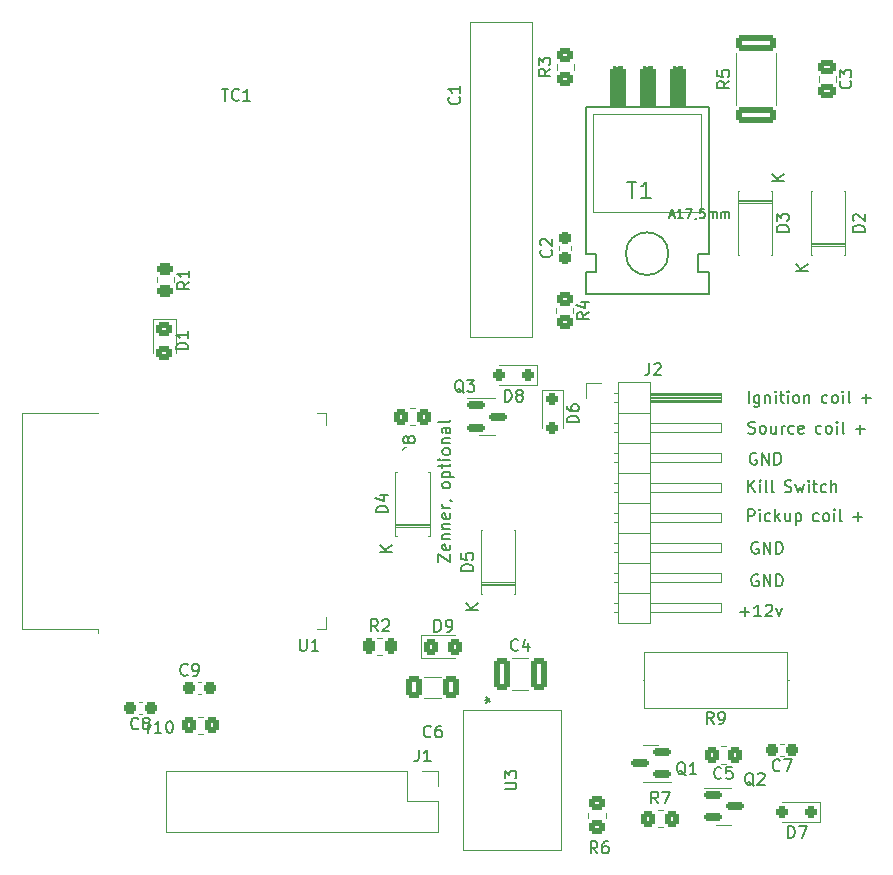
<source format=gto>
G04 #@! TF.GenerationSoftware,KiCad,Pcbnew,(7.0.0-0)*
G04 #@! TF.CreationDate,2023-03-22T08:14:14+00:00*
G04 #@! TF.ProjectId,ESP_AC_CDI_1,4553505f-4143-45f4-9344-495f312e6b69,rev?*
G04 #@! TF.SameCoordinates,Original*
G04 #@! TF.FileFunction,Legend,Top*
G04 #@! TF.FilePolarity,Positive*
%FSLAX46Y46*%
G04 Gerber Fmt 4.6, Leading zero omitted, Abs format (unit mm)*
G04 Created by KiCad (PCBNEW (7.0.0-0)) date 2023-03-22 08:14:14*
%MOMM*%
%LPD*%
G01*
G04 APERTURE LIST*
G04 Aperture macros list*
%AMRoundRect*
0 Rectangle with rounded corners*
0 $1 Rounding radius*
0 $2 $3 $4 $5 $6 $7 $8 $9 X,Y pos of 4 corners*
0 Add a 4 corners polygon primitive as box body*
4,1,4,$2,$3,$4,$5,$6,$7,$8,$9,$2,$3,0*
0 Add four circle primitives for the rounded corners*
1,1,$1+$1,$2,$3*
1,1,$1+$1,$4,$5*
1,1,$1+$1,$6,$7*
1,1,$1+$1,$8,$9*
0 Add four rect primitives between the rounded corners*
20,1,$1+$1,$2,$3,$4,$5,0*
20,1,$1+$1,$4,$5,$6,$7,0*
20,1,$1+$1,$6,$7,$8,$9,0*
20,1,$1+$1,$8,$9,$2,$3,0*%
G04 Aperture macros list end*
%ADD10C,0.150000*%
%ADD11C,0.120000*%
%ADD12C,0.152400*%
%ADD13C,0.050800*%
%ADD14C,0.010000*%
%ADD15RoundRect,0.250000X-0.475000X0.337500X-0.475000X-0.337500X0.475000X-0.337500X0.475000X0.337500X0*%
%ADD16O,2.200000X2.200000*%
%ADD17R,2.200000X2.200000*%
%ADD18RoundRect,0.249999X1.425001X-0.450001X1.425001X0.450001X-1.425001X0.450001X-1.425001X-0.450001X0*%
%ADD19RoundRect,0.237500X-0.300000X-0.237500X0.300000X-0.237500X0.300000X0.237500X-0.300000X0.237500X0*%
%ADD20RoundRect,0.237500X0.300000X0.237500X-0.300000X0.237500X-0.300000X-0.237500X0.300000X-0.237500X0*%
%ADD21RoundRect,0.250000X0.250000X0.250000X-0.250000X0.250000X-0.250000X-0.250000X0.250000X-0.250000X0*%
%ADD22RoundRect,0.250000X-0.250000X0.250000X-0.250000X-0.250000X0.250000X-0.250000X0.250000X0.250000X0*%
%ADD23RoundRect,0.250000X-0.325000X-0.450000X0.325000X-0.450000X0.325000X0.450000X-0.325000X0.450000X0*%
%ADD24RoundRect,0.250000X-0.350000X-0.450000X0.350000X-0.450000X0.350000X0.450000X-0.350000X0.450000X0*%
%ADD25R,0.900000X2.000000*%
%ADD26R,2.000000X0.900000*%
%ADD27R,5.000000X5.000000*%
%ADD28C,1.498600*%
%ADD29R,1.498600X1.498600*%
%ADD30RoundRect,0.250000X-0.412500X-1.100000X0.412500X-1.100000X0.412500X1.100000X-0.412500X1.100000X0*%
%ADD31RoundRect,0.250000X0.350000X0.450000X-0.350000X0.450000X-0.350000X-0.450000X0.350000X-0.450000X0*%
%ADD32RoundRect,0.250000X-0.450000X0.325000X-0.450000X-0.325000X0.450000X-0.325000X0.450000X0.325000X0*%
%ADD33C,3.302000*%
%ADD34O,1.676400X3.352800*%
%ADD35RoundRect,0.150000X0.587500X0.150000X-0.587500X0.150000X-0.587500X-0.150000X0.587500X-0.150000X0*%
%ADD36RoundRect,0.250000X0.450000X-0.350000X0.450000X0.350000X-0.450000X0.350000X-0.450000X-0.350000X0*%
%ADD37RoundRect,0.250000X-0.262500X-0.450000X0.262500X-0.450000X0.262500X0.450000X-0.262500X0.450000X0*%
%ADD38RoundRect,0.250000X-0.450000X0.350000X-0.450000X-0.350000X0.450000X-0.350000X0.450000X0.350000X0*%
%ADD39C,2.400000*%
%ADD40RoundRect,0.150000X-0.587500X-0.150000X0.587500X-0.150000X0.587500X0.150000X-0.587500X0.150000X0*%
%ADD41R,1.700000X1.700000*%
%ADD42O,1.700000X1.700000*%
%ADD43O,2.400000X2.400000*%
%ADD44C,2.374900*%
%ADD45C,0.990600*%
%ADD46C,0.787400*%
%ADD47RoundRect,0.237500X0.237500X-0.300000X0.237500X0.300000X-0.237500X0.300000X-0.237500X-0.300000X0*%
%ADD48RoundRect,0.250000X-0.450000X0.262500X-0.450000X-0.262500X0.450000X-0.262500X0.450000X0.262500X0*%
%ADD49RoundRect,0.250000X0.412500X0.650000X-0.412500X0.650000X-0.412500X-0.650000X0.412500X-0.650000X0*%
G04 APERTURE END LIST*
D10*
X219828095Y-123672380D02*
X219828095Y-122672380D01*
X219828095Y-122672380D02*
X220209047Y-122672380D01*
X220209047Y-122672380D02*
X220304285Y-122720000D01*
X220304285Y-122720000D02*
X220351904Y-122767619D01*
X220351904Y-122767619D02*
X220399523Y-122862857D01*
X220399523Y-122862857D02*
X220399523Y-123005714D01*
X220399523Y-123005714D02*
X220351904Y-123100952D01*
X220351904Y-123100952D02*
X220304285Y-123148571D01*
X220304285Y-123148571D02*
X220209047Y-123196190D01*
X220209047Y-123196190D02*
X219828095Y-123196190D01*
X220828095Y-123672380D02*
X220828095Y-123005714D01*
X220828095Y-122672380D02*
X220780476Y-122720000D01*
X220780476Y-122720000D02*
X220828095Y-122767619D01*
X220828095Y-122767619D02*
X220875714Y-122720000D01*
X220875714Y-122720000D02*
X220828095Y-122672380D01*
X220828095Y-122672380D02*
X220828095Y-122767619D01*
X221732856Y-123624761D02*
X221637618Y-123672380D01*
X221637618Y-123672380D02*
X221447142Y-123672380D01*
X221447142Y-123672380D02*
X221351904Y-123624761D01*
X221351904Y-123624761D02*
X221304285Y-123577142D01*
X221304285Y-123577142D02*
X221256666Y-123481904D01*
X221256666Y-123481904D02*
X221256666Y-123196190D01*
X221256666Y-123196190D02*
X221304285Y-123100952D01*
X221304285Y-123100952D02*
X221351904Y-123053333D01*
X221351904Y-123053333D02*
X221447142Y-123005714D01*
X221447142Y-123005714D02*
X221637618Y-123005714D01*
X221637618Y-123005714D02*
X221732856Y-123053333D01*
X222161428Y-123672380D02*
X222161428Y-122672380D01*
X222256666Y-123291428D02*
X222542380Y-123672380D01*
X222542380Y-123005714D02*
X222161428Y-123386666D01*
X223399523Y-123005714D02*
X223399523Y-123672380D01*
X222970952Y-123005714D02*
X222970952Y-123529523D01*
X222970952Y-123529523D02*
X223018571Y-123624761D01*
X223018571Y-123624761D02*
X223113809Y-123672380D01*
X223113809Y-123672380D02*
X223256666Y-123672380D01*
X223256666Y-123672380D02*
X223351904Y-123624761D01*
X223351904Y-123624761D02*
X223399523Y-123577142D01*
X223875714Y-123005714D02*
X223875714Y-124005714D01*
X223875714Y-123053333D02*
X223970952Y-123005714D01*
X223970952Y-123005714D02*
X224161428Y-123005714D01*
X224161428Y-123005714D02*
X224256666Y-123053333D01*
X224256666Y-123053333D02*
X224304285Y-123100952D01*
X224304285Y-123100952D02*
X224351904Y-123196190D01*
X224351904Y-123196190D02*
X224351904Y-123481904D01*
X224351904Y-123481904D02*
X224304285Y-123577142D01*
X224304285Y-123577142D02*
X224256666Y-123624761D01*
X224256666Y-123624761D02*
X224161428Y-123672380D01*
X224161428Y-123672380D02*
X223970952Y-123672380D01*
X223970952Y-123672380D02*
X223875714Y-123624761D01*
X225809047Y-123624761D02*
X225713809Y-123672380D01*
X225713809Y-123672380D02*
X225523333Y-123672380D01*
X225523333Y-123672380D02*
X225428095Y-123624761D01*
X225428095Y-123624761D02*
X225380476Y-123577142D01*
X225380476Y-123577142D02*
X225332857Y-123481904D01*
X225332857Y-123481904D02*
X225332857Y-123196190D01*
X225332857Y-123196190D02*
X225380476Y-123100952D01*
X225380476Y-123100952D02*
X225428095Y-123053333D01*
X225428095Y-123053333D02*
X225523333Y-123005714D01*
X225523333Y-123005714D02*
X225713809Y-123005714D01*
X225713809Y-123005714D02*
X225809047Y-123053333D01*
X226380476Y-123672380D02*
X226285238Y-123624761D01*
X226285238Y-123624761D02*
X226237619Y-123577142D01*
X226237619Y-123577142D02*
X226190000Y-123481904D01*
X226190000Y-123481904D02*
X226190000Y-123196190D01*
X226190000Y-123196190D02*
X226237619Y-123100952D01*
X226237619Y-123100952D02*
X226285238Y-123053333D01*
X226285238Y-123053333D02*
X226380476Y-123005714D01*
X226380476Y-123005714D02*
X226523333Y-123005714D01*
X226523333Y-123005714D02*
X226618571Y-123053333D01*
X226618571Y-123053333D02*
X226666190Y-123100952D01*
X226666190Y-123100952D02*
X226713809Y-123196190D01*
X226713809Y-123196190D02*
X226713809Y-123481904D01*
X226713809Y-123481904D02*
X226666190Y-123577142D01*
X226666190Y-123577142D02*
X226618571Y-123624761D01*
X226618571Y-123624761D02*
X226523333Y-123672380D01*
X226523333Y-123672380D02*
X226380476Y-123672380D01*
X227142381Y-123672380D02*
X227142381Y-123005714D01*
X227142381Y-122672380D02*
X227094762Y-122720000D01*
X227094762Y-122720000D02*
X227142381Y-122767619D01*
X227142381Y-122767619D02*
X227190000Y-122720000D01*
X227190000Y-122720000D02*
X227142381Y-122672380D01*
X227142381Y-122672380D02*
X227142381Y-122767619D01*
X227761428Y-123672380D02*
X227666190Y-123624761D01*
X227666190Y-123624761D02*
X227618571Y-123529523D01*
X227618571Y-123529523D02*
X227618571Y-122672380D01*
X228742381Y-123291428D02*
X229504286Y-123291428D01*
X229123333Y-123672380D02*
X229123333Y-122910476D01*
X219858095Y-121222380D02*
X219858095Y-120222380D01*
X220429523Y-121222380D02*
X220000952Y-120650952D01*
X220429523Y-120222380D02*
X219858095Y-120793809D01*
X220858095Y-121222380D02*
X220858095Y-120555714D01*
X220858095Y-120222380D02*
X220810476Y-120270000D01*
X220810476Y-120270000D02*
X220858095Y-120317619D01*
X220858095Y-120317619D02*
X220905714Y-120270000D01*
X220905714Y-120270000D02*
X220858095Y-120222380D01*
X220858095Y-120222380D02*
X220858095Y-120317619D01*
X221477142Y-121222380D02*
X221381904Y-121174761D01*
X221381904Y-121174761D02*
X221334285Y-121079523D01*
X221334285Y-121079523D02*
X221334285Y-120222380D01*
X222000952Y-121222380D02*
X221905714Y-121174761D01*
X221905714Y-121174761D02*
X221858095Y-121079523D01*
X221858095Y-121079523D02*
X221858095Y-120222380D01*
X222934286Y-121174761D02*
X223077143Y-121222380D01*
X223077143Y-121222380D02*
X223315238Y-121222380D01*
X223315238Y-121222380D02*
X223410476Y-121174761D01*
X223410476Y-121174761D02*
X223458095Y-121127142D01*
X223458095Y-121127142D02*
X223505714Y-121031904D01*
X223505714Y-121031904D02*
X223505714Y-120936666D01*
X223505714Y-120936666D02*
X223458095Y-120841428D01*
X223458095Y-120841428D02*
X223410476Y-120793809D01*
X223410476Y-120793809D02*
X223315238Y-120746190D01*
X223315238Y-120746190D02*
X223124762Y-120698571D01*
X223124762Y-120698571D02*
X223029524Y-120650952D01*
X223029524Y-120650952D02*
X222981905Y-120603333D01*
X222981905Y-120603333D02*
X222934286Y-120508095D01*
X222934286Y-120508095D02*
X222934286Y-120412857D01*
X222934286Y-120412857D02*
X222981905Y-120317619D01*
X222981905Y-120317619D02*
X223029524Y-120270000D01*
X223029524Y-120270000D02*
X223124762Y-120222380D01*
X223124762Y-120222380D02*
X223362857Y-120222380D01*
X223362857Y-120222380D02*
X223505714Y-120270000D01*
X223839048Y-120555714D02*
X224029524Y-121222380D01*
X224029524Y-121222380D02*
X224220000Y-120746190D01*
X224220000Y-120746190D02*
X224410476Y-121222380D01*
X224410476Y-121222380D02*
X224600952Y-120555714D01*
X224981905Y-121222380D02*
X224981905Y-120555714D01*
X224981905Y-120222380D02*
X224934286Y-120270000D01*
X224934286Y-120270000D02*
X224981905Y-120317619D01*
X224981905Y-120317619D02*
X225029524Y-120270000D01*
X225029524Y-120270000D02*
X224981905Y-120222380D01*
X224981905Y-120222380D02*
X224981905Y-120317619D01*
X225315238Y-120555714D02*
X225696190Y-120555714D01*
X225458095Y-120222380D02*
X225458095Y-121079523D01*
X225458095Y-121079523D02*
X225505714Y-121174761D01*
X225505714Y-121174761D02*
X225600952Y-121222380D01*
X225600952Y-121222380D02*
X225696190Y-121222380D01*
X226458095Y-121174761D02*
X226362857Y-121222380D01*
X226362857Y-121222380D02*
X226172381Y-121222380D01*
X226172381Y-121222380D02*
X226077143Y-121174761D01*
X226077143Y-121174761D02*
X226029524Y-121127142D01*
X226029524Y-121127142D02*
X225981905Y-121031904D01*
X225981905Y-121031904D02*
X225981905Y-120746190D01*
X225981905Y-120746190D02*
X226029524Y-120650952D01*
X226029524Y-120650952D02*
X226077143Y-120603333D01*
X226077143Y-120603333D02*
X226172381Y-120555714D01*
X226172381Y-120555714D02*
X226362857Y-120555714D01*
X226362857Y-120555714D02*
X226458095Y-120603333D01*
X226886667Y-121222380D02*
X226886667Y-120222380D01*
X227315238Y-121222380D02*
X227315238Y-120698571D01*
X227315238Y-120698571D02*
X227267619Y-120603333D01*
X227267619Y-120603333D02*
X227172381Y-120555714D01*
X227172381Y-120555714D02*
X227029524Y-120555714D01*
X227029524Y-120555714D02*
X226934286Y-120603333D01*
X226934286Y-120603333D02*
X226886667Y-120650952D01*
X219888095Y-113662380D02*
X219888095Y-112662380D01*
X220792856Y-112995714D02*
X220792856Y-113805238D01*
X220792856Y-113805238D02*
X220745237Y-113900476D01*
X220745237Y-113900476D02*
X220697618Y-113948095D01*
X220697618Y-113948095D02*
X220602380Y-113995714D01*
X220602380Y-113995714D02*
X220459523Y-113995714D01*
X220459523Y-113995714D02*
X220364285Y-113948095D01*
X220792856Y-113614761D02*
X220697618Y-113662380D01*
X220697618Y-113662380D02*
X220507142Y-113662380D01*
X220507142Y-113662380D02*
X220411904Y-113614761D01*
X220411904Y-113614761D02*
X220364285Y-113567142D01*
X220364285Y-113567142D02*
X220316666Y-113471904D01*
X220316666Y-113471904D02*
X220316666Y-113186190D01*
X220316666Y-113186190D02*
X220364285Y-113090952D01*
X220364285Y-113090952D02*
X220411904Y-113043333D01*
X220411904Y-113043333D02*
X220507142Y-112995714D01*
X220507142Y-112995714D02*
X220697618Y-112995714D01*
X220697618Y-112995714D02*
X220792856Y-113043333D01*
X221269047Y-112995714D02*
X221269047Y-113662380D01*
X221269047Y-113090952D02*
X221316666Y-113043333D01*
X221316666Y-113043333D02*
X221411904Y-112995714D01*
X221411904Y-112995714D02*
X221554761Y-112995714D01*
X221554761Y-112995714D02*
X221649999Y-113043333D01*
X221649999Y-113043333D02*
X221697618Y-113138571D01*
X221697618Y-113138571D02*
X221697618Y-113662380D01*
X222173809Y-113662380D02*
X222173809Y-112995714D01*
X222173809Y-112662380D02*
X222126190Y-112710000D01*
X222126190Y-112710000D02*
X222173809Y-112757619D01*
X222173809Y-112757619D02*
X222221428Y-112710000D01*
X222221428Y-112710000D02*
X222173809Y-112662380D01*
X222173809Y-112662380D02*
X222173809Y-112757619D01*
X222507142Y-112995714D02*
X222888094Y-112995714D01*
X222649999Y-112662380D02*
X222649999Y-113519523D01*
X222649999Y-113519523D02*
X222697618Y-113614761D01*
X222697618Y-113614761D02*
X222792856Y-113662380D01*
X222792856Y-113662380D02*
X222888094Y-113662380D01*
X223221428Y-113662380D02*
X223221428Y-112995714D01*
X223221428Y-112662380D02*
X223173809Y-112710000D01*
X223173809Y-112710000D02*
X223221428Y-112757619D01*
X223221428Y-112757619D02*
X223269047Y-112710000D01*
X223269047Y-112710000D02*
X223221428Y-112662380D01*
X223221428Y-112662380D02*
X223221428Y-112757619D01*
X223840475Y-113662380D02*
X223745237Y-113614761D01*
X223745237Y-113614761D02*
X223697618Y-113567142D01*
X223697618Y-113567142D02*
X223649999Y-113471904D01*
X223649999Y-113471904D02*
X223649999Y-113186190D01*
X223649999Y-113186190D02*
X223697618Y-113090952D01*
X223697618Y-113090952D02*
X223745237Y-113043333D01*
X223745237Y-113043333D02*
X223840475Y-112995714D01*
X223840475Y-112995714D02*
X223983332Y-112995714D01*
X223983332Y-112995714D02*
X224078570Y-113043333D01*
X224078570Y-113043333D02*
X224126189Y-113090952D01*
X224126189Y-113090952D02*
X224173808Y-113186190D01*
X224173808Y-113186190D02*
X224173808Y-113471904D01*
X224173808Y-113471904D02*
X224126189Y-113567142D01*
X224126189Y-113567142D02*
X224078570Y-113614761D01*
X224078570Y-113614761D02*
X223983332Y-113662380D01*
X223983332Y-113662380D02*
X223840475Y-113662380D01*
X224602380Y-112995714D02*
X224602380Y-113662380D01*
X224602380Y-113090952D02*
X224649999Y-113043333D01*
X224649999Y-113043333D02*
X224745237Y-112995714D01*
X224745237Y-112995714D02*
X224888094Y-112995714D01*
X224888094Y-112995714D02*
X224983332Y-113043333D01*
X224983332Y-113043333D02*
X225030951Y-113138571D01*
X225030951Y-113138571D02*
X225030951Y-113662380D01*
X226535713Y-113614761D02*
X226440475Y-113662380D01*
X226440475Y-113662380D02*
X226249999Y-113662380D01*
X226249999Y-113662380D02*
X226154761Y-113614761D01*
X226154761Y-113614761D02*
X226107142Y-113567142D01*
X226107142Y-113567142D02*
X226059523Y-113471904D01*
X226059523Y-113471904D02*
X226059523Y-113186190D01*
X226059523Y-113186190D02*
X226107142Y-113090952D01*
X226107142Y-113090952D02*
X226154761Y-113043333D01*
X226154761Y-113043333D02*
X226249999Y-112995714D01*
X226249999Y-112995714D02*
X226440475Y-112995714D01*
X226440475Y-112995714D02*
X226535713Y-113043333D01*
X227107142Y-113662380D02*
X227011904Y-113614761D01*
X227011904Y-113614761D02*
X226964285Y-113567142D01*
X226964285Y-113567142D02*
X226916666Y-113471904D01*
X226916666Y-113471904D02*
X226916666Y-113186190D01*
X226916666Y-113186190D02*
X226964285Y-113090952D01*
X226964285Y-113090952D02*
X227011904Y-113043333D01*
X227011904Y-113043333D02*
X227107142Y-112995714D01*
X227107142Y-112995714D02*
X227249999Y-112995714D01*
X227249999Y-112995714D02*
X227345237Y-113043333D01*
X227345237Y-113043333D02*
X227392856Y-113090952D01*
X227392856Y-113090952D02*
X227440475Y-113186190D01*
X227440475Y-113186190D02*
X227440475Y-113471904D01*
X227440475Y-113471904D02*
X227392856Y-113567142D01*
X227392856Y-113567142D02*
X227345237Y-113614761D01*
X227345237Y-113614761D02*
X227249999Y-113662380D01*
X227249999Y-113662380D02*
X227107142Y-113662380D01*
X227869047Y-113662380D02*
X227869047Y-112995714D01*
X227869047Y-112662380D02*
X227821428Y-112710000D01*
X227821428Y-112710000D02*
X227869047Y-112757619D01*
X227869047Y-112757619D02*
X227916666Y-112710000D01*
X227916666Y-112710000D02*
X227869047Y-112662380D01*
X227869047Y-112662380D02*
X227869047Y-112757619D01*
X228488094Y-113662380D02*
X228392856Y-113614761D01*
X228392856Y-113614761D02*
X228345237Y-113519523D01*
X228345237Y-113519523D02*
X228345237Y-112662380D01*
X229469047Y-113281428D02*
X230230952Y-113281428D01*
X229849999Y-113662380D02*
X229849999Y-112900476D01*
X219870476Y-116204761D02*
X220013333Y-116252380D01*
X220013333Y-116252380D02*
X220251428Y-116252380D01*
X220251428Y-116252380D02*
X220346666Y-116204761D01*
X220346666Y-116204761D02*
X220394285Y-116157142D01*
X220394285Y-116157142D02*
X220441904Y-116061904D01*
X220441904Y-116061904D02*
X220441904Y-115966666D01*
X220441904Y-115966666D02*
X220394285Y-115871428D01*
X220394285Y-115871428D02*
X220346666Y-115823809D01*
X220346666Y-115823809D02*
X220251428Y-115776190D01*
X220251428Y-115776190D02*
X220060952Y-115728571D01*
X220060952Y-115728571D02*
X219965714Y-115680952D01*
X219965714Y-115680952D02*
X219918095Y-115633333D01*
X219918095Y-115633333D02*
X219870476Y-115538095D01*
X219870476Y-115538095D02*
X219870476Y-115442857D01*
X219870476Y-115442857D02*
X219918095Y-115347619D01*
X219918095Y-115347619D02*
X219965714Y-115300000D01*
X219965714Y-115300000D02*
X220060952Y-115252380D01*
X220060952Y-115252380D02*
X220299047Y-115252380D01*
X220299047Y-115252380D02*
X220441904Y-115300000D01*
X221013333Y-116252380D02*
X220918095Y-116204761D01*
X220918095Y-116204761D02*
X220870476Y-116157142D01*
X220870476Y-116157142D02*
X220822857Y-116061904D01*
X220822857Y-116061904D02*
X220822857Y-115776190D01*
X220822857Y-115776190D02*
X220870476Y-115680952D01*
X220870476Y-115680952D02*
X220918095Y-115633333D01*
X220918095Y-115633333D02*
X221013333Y-115585714D01*
X221013333Y-115585714D02*
X221156190Y-115585714D01*
X221156190Y-115585714D02*
X221251428Y-115633333D01*
X221251428Y-115633333D02*
X221299047Y-115680952D01*
X221299047Y-115680952D02*
X221346666Y-115776190D01*
X221346666Y-115776190D02*
X221346666Y-116061904D01*
X221346666Y-116061904D02*
X221299047Y-116157142D01*
X221299047Y-116157142D02*
X221251428Y-116204761D01*
X221251428Y-116204761D02*
X221156190Y-116252380D01*
X221156190Y-116252380D02*
X221013333Y-116252380D01*
X222203809Y-115585714D02*
X222203809Y-116252380D01*
X221775238Y-115585714D02*
X221775238Y-116109523D01*
X221775238Y-116109523D02*
X221822857Y-116204761D01*
X221822857Y-116204761D02*
X221918095Y-116252380D01*
X221918095Y-116252380D02*
X222060952Y-116252380D01*
X222060952Y-116252380D02*
X222156190Y-116204761D01*
X222156190Y-116204761D02*
X222203809Y-116157142D01*
X222680000Y-116252380D02*
X222680000Y-115585714D01*
X222680000Y-115776190D02*
X222727619Y-115680952D01*
X222727619Y-115680952D02*
X222775238Y-115633333D01*
X222775238Y-115633333D02*
X222870476Y-115585714D01*
X222870476Y-115585714D02*
X222965714Y-115585714D01*
X223727619Y-116204761D02*
X223632381Y-116252380D01*
X223632381Y-116252380D02*
X223441905Y-116252380D01*
X223441905Y-116252380D02*
X223346667Y-116204761D01*
X223346667Y-116204761D02*
X223299048Y-116157142D01*
X223299048Y-116157142D02*
X223251429Y-116061904D01*
X223251429Y-116061904D02*
X223251429Y-115776190D01*
X223251429Y-115776190D02*
X223299048Y-115680952D01*
X223299048Y-115680952D02*
X223346667Y-115633333D01*
X223346667Y-115633333D02*
X223441905Y-115585714D01*
X223441905Y-115585714D02*
X223632381Y-115585714D01*
X223632381Y-115585714D02*
X223727619Y-115633333D01*
X224537143Y-116204761D02*
X224441905Y-116252380D01*
X224441905Y-116252380D02*
X224251429Y-116252380D01*
X224251429Y-116252380D02*
X224156191Y-116204761D01*
X224156191Y-116204761D02*
X224108572Y-116109523D01*
X224108572Y-116109523D02*
X224108572Y-115728571D01*
X224108572Y-115728571D02*
X224156191Y-115633333D01*
X224156191Y-115633333D02*
X224251429Y-115585714D01*
X224251429Y-115585714D02*
X224441905Y-115585714D01*
X224441905Y-115585714D02*
X224537143Y-115633333D01*
X224537143Y-115633333D02*
X224584762Y-115728571D01*
X224584762Y-115728571D02*
X224584762Y-115823809D01*
X224584762Y-115823809D02*
X224108572Y-115919047D01*
X226041905Y-116204761D02*
X225946667Y-116252380D01*
X225946667Y-116252380D02*
X225756191Y-116252380D01*
X225756191Y-116252380D02*
X225660953Y-116204761D01*
X225660953Y-116204761D02*
X225613334Y-116157142D01*
X225613334Y-116157142D02*
X225565715Y-116061904D01*
X225565715Y-116061904D02*
X225565715Y-115776190D01*
X225565715Y-115776190D02*
X225613334Y-115680952D01*
X225613334Y-115680952D02*
X225660953Y-115633333D01*
X225660953Y-115633333D02*
X225756191Y-115585714D01*
X225756191Y-115585714D02*
X225946667Y-115585714D01*
X225946667Y-115585714D02*
X226041905Y-115633333D01*
X226613334Y-116252380D02*
X226518096Y-116204761D01*
X226518096Y-116204761D02*
X226470477Y-116157142D01*
X226470477Y-116157142D02*
X226422858Y-116061904D01*
X226422858Y-116061904D02*
X226422858Y-115776190D01*
X226422858Y-115776190D02*
X226470477Y-115680952D01*
X226470477Y-115680952D02*
X226518096Y-115633333D01*
X226518096Y-115633333D02*
X226613334Y-115585714D01*
X226613334Y-115585714D02*
X226756191Y-115585714D01*
X226756191Y-115585714D02*
X226851429Y-115633333D01*
X226851429Y-115633333D02*
X226899048Y-115680952D01*
X226899048Y-115680952D02*
X226946667Y-115776190D01*
X226946667Y-115776190D02*
X226946667Y-116061904D01*
X226946667Y-116061904D02*
X226899048Y-116157142D01*
X226899048Y-116157142D02*
X226851429Y-116204761D01*
X226851429Y-116204761D02*
X226756191Y-116252380D01*
X226756191Y-116252380D02*
X226613334Y-116252380D01*
X227375239Y-116252380D02*
X227375239Y-115585714D01*
X227375239Y-115252380D02*
X227327620Y-115300000D01*
X227327620Y-115300000D02*
X227375239Y-115347619D01*
X227375239Y-115347619D02*
X227422858Y-115300000D01*
X227422858Y-115300000D02*
X227375239Y-115252380D01*
X227375239Y-115252380D02*
X227375239Y-115347619D01*
X227994286Y-116252380D02*
X227899048Y-116204761D01*
X227899048Y-116204761D02*
X227851429Y-116109523D01*
X227851429Y-116109523D02*
X227851429Y-115252380D01*
X228975239Y-115871428D02*
X229737144Y-115871428D01*
X229356191Y-116252380D02*
X229356191Y-115490476D01*
X220541904Y-117930000D02*
X220446666Y-117882380D01*
X220446666Y-117882380D02*
X220303809Y-117882380D01*
X220303809Y-117882380D02*
X220160952Y-117930000D01*
X220160952Y-117930000D02*
X220065714Y-118025238D01*
X220065714Y-118025238D02*
X220018095Y-118120476D01*
X220018095Y-118120476D02*
X219970476Y-118310952D01*
X219970476Y-118310952D02*
X219970476Y-118453809D01*
X219970476Y-118453809D02*
X220018095Y-118644285D01*
X220018095Y-118644285D02*
X220065714Y-118739523D01*
X220065714Y-118739523D02*
X220160952Y-118834761D01*
X220160952Y-118834761D02*
X220303809Y-118882380D01*
X220303809Y-118882380D02*
X220399047Y-118882380D01*
X220399047Y-118882380D02*
X220541904Y-118834761D01*
X220541904Y-118834761D02*
X220589523Y-118787142D01*
X220589523Y-118787142D02*
X220589523Y-118453809D01*
X220589523Y-118453809D02*
X220399047Y-118453809D01*
X221018095Y-118882380D02*
X221018095Y-117882380D01*
X221018095Y-117882380D02*
X221589523Y-118882380D01*
X221589523Y-118882380D02*
X221589523Y-117882380D01*
X222065714Y-118882380D02*
X222065714Y-117882380D01*
X222065714Y-117882380D02*
X222303809Y-117882380D01*
X222303809Y-117882380D02*
X222446666Y-117930000D01*
X222446666Y-117930000D02*
X222541904Y-118025238D01*
X222541904Y-118025238D02*
X222589523Y-118120476D01*
X222589523Y-118120476D02*
X222637142Y-118310952D01*
X222637142Y-118310952D02*
X222637142Y-118453809D01*
X222637142Y-118453809D02*
X222589523Y-118644285D01*
X222589523Y-118644285D02*
X222541904Y-118739523D01*
X222541904Y-118739523D02*
X222446666Y-118834761D01*
X222446666Y-118834761D02*
X222303809Y-118882380D01*
X222303809Y-118882380D02*
X222065714Y-118882380D01*
X220681904Y-125480000D02*
X220586666Y-125432380D01*
X220586666Y-125432380D02*
X220443809Y-125432380D01*
X220443809Y-125432380D02*
X220300952Y-125480000D01*
X220300952Y-125480000D02*
X220205714Y-125575238D01*
X220205714Y-125575238D02*
X220158095Y-125670476D01*
X220158095Y-125670476D02*
X220110476Y-125860952D01*
X220110476Y-125860952D02*
X220110476Y-126003809D01*
X220110476Y-126003809D02*
X220158095Y-126194285D01*
X220158095Y-126194285D02*
X220205714Y-126289523D01*
X220205714Y-126289523D02*
X220300952Y-126384761D01*
X220300952Y-126384761D02*
X220443809Y-126432380D01*
X220443809Y-126432380D02*
X220539047Y-126432380D01*
X220539047Y-126432380D02*
X220681904Y-126384761D01*
X220681904Y-126384761D02*
X220729523Y-126337142D01*
X220729523Y-126337142D02*
X220729523Y-126003809D01*
X220729523Y-126003809D02*
X220539047Y-126003809D01*
X221158095Y-126432380D02*
X221158095Y-125432380D01*
X221158095Y-125432380D02*
X221729523Y-126432380D01*
X221729523Y-126432380D02*
X221729523Y-125432380D01*
X222205714Y-126432380D02*
X222205714Y-125432380D01*
X222205714Y-125432380D02*
X222443809Y-125432380D01*
X222443809Y-125432380D02*
X222586666Y-125480000D01*
X222586666Y-125480000D02*
X222681904Y-125575238D01*
X222681904Y-125575238D02*
X222729523Y-125670476D01*
X222729523Y-125670476D02*
X222777142Y-125860952D01*
X222777142Y-125860952D02*
X222777142Y-126003809D01*
X222777142Y-126003809D02*
X222729523Y-126194285D01*
X222729523Y-126194285D02*
X222681904Y-126289523D01*
X222681904Y-126289523D02*
X222586666Y-126384761D01*
X222586666Y-126384761D02*
X222443809Y-126432380D01*
X222443809Y-126432380D02*
X222205714Y-126432380D01*
X220681904Y-128230000D02*
X220586666Y-128182380D01*
X220586666Y-128182380D02*
X220443809Y-128182380D01*
X220443809Y-128182380D02*
X220300952Y-128230000D01*
X220300952Y-128230000D02*
X220205714Y-128325238D01*
X220205714Y-128325238D02*
X220158095Y-128420476D01*
X220158095Y-128420476D02*
X220110476Y-128610952D01*
X220110476Y-128610952D02*
X220110476Y-128753809D01*
X220110476Y-128753809D02*
X220158095Y-128944285D01*
X220158095Y-128944285D02*
X220205714Y-129039523D01*
X220205714Y-129039523D02*
X220300952Y-129134761D01*
X220300952Y-129134761D02*
X220443809Y-129182380D01*
X220443809Y-129182380D02*
X220539047Y-129182380D01*
X220539047Y-129182380D02*
X220681904Y-129134761D01*
X220681904Y-129134761D02*
X220729523Y-129087142D01*
X220729523Y-129087142D02*
X220729523Y-128753809D01*
X220729523Y-128753809D02*
X220539047Y-128753809D01*
X221158095Y-129182380D02*
X221158095Y-128182380D01*
X221158095Y-128182380D02*
X221729523Y-129182380D01*
X221729523Y-129182380D02*
X221729523Y-128182380D01*
X222205714Y-129182380D02*
X222205714Y-128182380D01*
X222205714Y-128182380D02*
X222443809Y-128182380D01*
X222443809Y-128182380D02*
X222586666Y-128230000D01*
X222586666Y-128230000D02*
X222681904Y-128325238D01*
X222681904Y-128325238D02*
X222729523Y-128420476D01*
X222729523Y-128420476D02*
X222777142Y-128610952D01*
X222777142Y-128610952D02*
X222777142Y-128753809D01*
X222777142Y-128753809D02*
X222729523Y-128944285D01*
X222729523Y-128944285D02*
X222681904Y-129039523D01*
X222681904Y-129039523D02*
X222586666Y-129134761D01*
X222586666Y-129134761D02*
X222443809Y-129182380D01*
X222443809Y-129182380D02*
X222205714Y-129182380D01*
X219178095Y-131351428D02*
X219940000Y-131351428D01*
X219559047Y-131732380D02*
X219559047Y-130970476D01*
X220939999Y-131732380D02*
X220368571Y-131732380D01*
X220654285Y-131732380D02*
X220654285Y-130732380D01*
X220654285Y-130732380D02*
X220559047Y-130875238D01*
X220559047Y-130875238D02*
X220463809Y-130970476D01*
X220463809Y-130970476D02*
X220368571Y-131018095D01*
X221320952Y-130827619D02*
X221368571Y-130780000D01*
X221368571Y-130780000D02*
X221463809Y-130732380D01*
X221463809Y-130732380D02*
X221701904Y-130732380D01*
X221701904Y-130732380D02*
X221797142Y-130780000D01*
X221797142Y-130780000D02*
X221844761Y-130827619D01*
X221844761Y-130827619D02*
X221892380Y-130922857D01*
X221892380Y-130922857D02*
X221892380Y-131018095D01*
X221892380Y-131018095D02*
X221844761Y-131160952D01*
X221844761Y-131160952D02*
X221273333Y-131732380D01*
X221273333Y-131732380D02*
X221892380Y-131732380D01*
X222225714Y-131065714D02*
X222463809Y-131732380D01*
X222463809Y-131732380D02*
X222701904Y-131065714D01*
X193622380Y-127117142D02*
X193622380Y-126450476D01*
X193622380Y-126450476D02*
X194622380Y-127117142D01*
X194622380Y-127117142D02*
X194622380Y-126450476D01*
X194574761Y-125688571D02*
X194622380Y-125783809D01*
X194622380Y-125783809D02*
X194622380Y-125974285D01*
X194622380Y-125974285D02*
X194574761Y-126069523D01*
X194574761Y-126069523D02*
X194479523Y-126117142D01*
X194479523Y-126117142D02*
X194098571Y-126117142D01*
X194098571Y-126117142D02*
X194003333Y-126069523D01*
X194003333Y-126069523D02*
X193955714Y-125974285D01*
X193955714Y-125974285D02*
X193955714Y-125783809D01*
X193955714Y-125783809D02*
X194003333Y-125688571D01*
X194003333Y-125688571D02*
X194098571Y-125640952D01*
X194098571Y-125640952D02*
X194193809Y-125640952D01*
X194193809Y-125640952D02*
X194289047Y-126117142D01*
X193955714Y-125212380D02*
X194622380Y-125212380D01*
X194050952Y-125212380D02*
X194003333Y-125164761D01*
X194003333Y-125164761D02*
X193955714Y-125069523D01*
X193955714Y-125069523D02*
X193955714Y-124926666D01*
X193955714Y-124926666D02*
X194003333Y-124831428D01*
X194003333Y-124831428D02*
X194098571Y-124783809D01*
X194098571Y-124783809D02*
X194622380Y-124783809D01*
X193955714Y-124307618D02*
X194622380Y-124307618D01*
X194050952Y-124307618D02*
X194003333Y-124259999D01*
X194003333Y-124259999D02*
X193955714Y-124164761D01*
X193955714Y-124164761D02*
X193955714Y-124021904D01*
X193955714Y-124021904D02*
X194003333Y-123926666D01*
X194003333Y-123926666D02*
X194098571Y-123879047D01*
X194098571Y-123879047D02*
X194622380Y-123879047D01*
X194574761Y-123021904D02*
X194622380Y-123117142D01*
X194622380Y-123117142D02*
X194622380Y-123307618D01*
X194622380Y-123307618D02*
X194574761Y-123402856D01*
X194574761Y-123402856D02*
X194479523Y-123450475D01*
X194479523Y-123450475D02*
X194098571Y-123450475D01*
X194098571Y-123450475D02*
X194003333Y-123402856D01*
X194003333Y-123402856D02*
X193955714Y-123307618D01*
X193955714Y-123307618D02*
X193955714Y-123117142D01*
X193955714Y-123117142D02*
X194003333Y-123021904D01*
X194003333Y-123021904D02*
X194098571Y-122974285D01*
X194098571Y-122974285D02*
X194193809Y-122974285D01*
X194193809Y-122974285D02*
X194289047Y-123450475D01*
X194622380Y-122545713D02*
X193955714Y-122545713D01*
X194146190Y-122545713D02*
X194050952Y-122498094D01*
X194050952Y-122498094D02*
X194003333Y-122450475D01*
X194003333Y-122450475D02*
X193955714Y-122355237D01*
X193955714Y-122355237D02*
X193955714Y-122259999D01*
X194574761Y-121879046D02*
X194622380Y-121879046D01*
X194622380Y-121879046D02*
X194717619Y-121926665D01*
X194717619Y-121926665D02*
X194765238Y-121974284D01*
X194622380Y-120707618D02*
X194574761Y-120802856D01*
X194574761Y-120802856D02*
X194527142Y-120850475D01*
X194527142Y-120850475D02*
X194431904Y-120898094D01*
X194431904Y-120898094D02*
X194146190Y-120898094D01*
X194146190Y-120898094D02*
X194050952Y-120850475D01*
X194050952Y-120850475D02*
X194003333Y-120802856D01*
X194003333Y-120802856D02*
X193955714Y-120707618D01*
X193955714Y-120707618D02*
X193955714Y-120564761D01*
X193955714Y-120564761D02*
X194003333Y-120469523D01*
X194003333Y-120469523D02*
X194050952Y-120421904D01*
X194050952Y-120421904D02*
X194146190Y-120374285D01*
X194146190Y-120374285D02*
X194431904Y-120374285D01*
X194431904Y-120374285D02*
X194527142Y-120421904D01*
X194527142Y-120421904D02*
X194574761Y-120469523D01*
X194574761Y-120469523D02*
X194622380Y-120564761D01*
X194622380Y-120564761D02*
X194622380Y-120707618D01*
X193955714Y-119945713D02*
X194955714Y-119945713D01*
X194003333Y-119945713D02*
X193955714Y-119850475D01*
X193955714Y-119850475D02*
X193955714Y-119659999D01*
X193955714Y-119659999D02*
X194003333Y-119564761D01*
X194003333Y-119564761D02*
X194050952Y-119517142D01*
X194050952Y-119517142D02*
X194146190Y-119469523D01*
X194146190Y-119469523D02*
X194431904Y-119469523D01*
X194431904Y-119469523D02*
X194527142Y-119517142D01*
X194527142Y-119517142D02*
X194574761Y-119564761D01*
X194574761Y-119564761D02*
X194622380Y-119659999D01*
X194622380Y-119659999D02*
X194622380Y-119850475D01*
X194622380Y-119850475D02*
X194574761Y-119945713D01*
X193955714Y-119183808D02*
X193955714Y-118802856D01*
X193622380Y-119040951D02*
X194479523Y-119040951D01*
X194479523Y-119040951D02*
X194574761Y-118993332D01*
X194574761Y-118993332D02*
X194622380Y-118898094D01*
X194622380Y-118898094D02*
X194622380Y-118802856D01*
X194622380Y-118469522D02*
X193955714Y-118469522D01*
X193622380Y-118469522D02*
X193670000Y-118517141D01*
X193670000Y-118517141D02*
X193717619Y-118469522D01*
X193717619Y-118469522D02*
X193670000Y-118421903D01*
X193670000Y-118421903D02*
X193622380Y-118469522D01*
X193622380Y-118469522D02*
X193717619Y-118469522D01*
X194622380Y-117850475D02*
X194574761Y-117945713D01*
X194574761Y-117945713D02*
X194527142Y-117993332D01*
X194527142Y-117993332D02*
X194431904Y-118040951D01*
X194431904Y-118040951D02*
X194146190Y-118040951D01*
X194146190Y-118040951D02*
X194050952Y-117993332D01*
X194050952Y-117993332D02*
X194003333Y-117945713D01*
X194003333Y-117945713D02*
X193955714Y-117850475D01*
X193955714Y-117850475D02*
X193955714Y-117707618D01*
X193955714Y-117707618D02*
X194003333Y-117612380D01*
X194003333Y-117612380D02*
X194050952Y-117564761D01*
X194050952Y-117564761D02*
X194146190Y-117517142D01*
X194146190Y-117517142D02*
X194431904Y-117517142D01*
X194431904Y-117517142D02*
X194527142Y-117564761D01*
X194527142Y-117564761D02*
X194574761Y-117612380D01*
X194574761Y-117612380D02*
X194622380Y-117707618D01*
X194622380Y-117707618D02*
X194622380Y-117850475D01*
X193955714Y-117088570D02*
X194622380Y-117088570D01*
X194050952Y-117088570D02*
X194003333Y-117040951D01*
X194003333Y-117040951D02*
X193955714Y-116945713D01*
X193955714Y-116945713D02*
X193955714Y-116802856D01*
X193955714Y-116802856D02*
X194003333Y-116707618D01*
X194003333Y-116707618D02*
X194098571Y-116659999D01*
X194098571Y-116659999D02*
X194622380Y-116659999D01*
X194622380Y-115755237D02*
X194098571Y-115755237D01*
X194098571Y-115755237D02*
X194003333Y-115802856D01*
X194003333Y-115802856D02*
X193955714Y-115898094D01*
X193955714Y-115898094D02*
X193955714Y-116088570D01*
X193955714Y-116088570D02*
X194003333Y-116183808D01*
X194574761Y-115755237D02*
X194622380Y-115850475D01*
X194622380Y-115850475D02*
X194622380Y-116088570D01*
X194622380Y-116088570D02*
X194574761Y-116183808D01*
X194574761Y-116183808D02*
X194479523Y-116231427D01*
X194479523Y-116231427D02*
X194384285Y-116231427D01*
X194384285Y-116231427D02*
X194289047Y-116183808D01*
X194289047Y-116183808D02*
X194241428Y-116088570D01*
X194241428Y-116088570D02*
X194241428Y-115850475D01*
X194241428Y-115850475D02*
X194193809Y-115755237D01*
X194622380Y-115136189D02*
X194574761Y-115231427D01*
X194574761Y-115231427D02*
X194479523Y-115279046D01*
X194479523Y-115279046D02*
X193622380Y-115279046D01*
X228502142Y-86416666D02*
X228549761Y-86464285D01*
X228549761Y-86464285D02*
X228597380Y-86607142D01*
X228597380Y-86607142D02*
X228597380Y-86702380D01*
X228597380Y-86702380D02*
X228549761Y-86845237D01*
X228549761Y-86845237D02*
X228454523Y-86940475D01*
X228454523Y-86940475D02*
X228359285Y-86988094D01*
X228359285Y-86988094D02*
X228168809Y-87035713D01*
X228168809Y-87035713D02*
X228025952Y-87035713D01*
X228025952Y-87035713D02*
X227835476Y-86988094D01*
X227835476Y-86988094D02*
X227740238Y-86940475D01*
X227740238Y-86940475D02*
X227645000Y-86845237D01*
X227645000Y-86845237D02*
X227597380Y-86702380D01*
X227597380Y-86702380D02*
X227597380Y-86607142D01*
X227597380Y-86607142D02*
X227645000Y-86464285D01*
X227645000Y-86464285D02*
X227692619Y-86416666D01*
X227597380Y-86083332D02*
X227597380Y-85464285D01*
X227597380Y-85464285D02*
X227978333Y-85797618D01*
X227978333Y-85797618D02*
X227978333Y-85654761D01*
X227978333Y-85654761D02*
X228025952Y-85559523D01*
X228025952Y-85559523D02*
X228073571Y-85511904D01*
X228073571Y-85511904D02*
X228168809Y-85464285D01*
X228168809Y-85464285D02*
X228406904Y-85464285D01*
X228406904Y-85464285D02*
X228502142Y-85511904D01*
X228502142Y-85511904D02*
X228549761Y-85559523D01*
X228549761Y-85559523D02*
X228597380Y-85654761D01*
X228597380Y-85654761D02*
X228597380Y-85940475D01*
X228597380Y-85940475D02*
X228549761Y-86035713D01*
X228549761Y-86035713D02*
X228502142Y-86083332D01*
X229707380Y-99188094D02*
X228707380Y-99188094D01*
X228707380Y-99188094D02*
X228707380Y-98949999D01*
X228707380Y-98949999D02*
X228755000Y-98807142D01*
X228755000Y-98807142D02*
X228850238Y-98711904D01*
X228850238Y-98711904D02*
X228945476Y-98664285D01*
X228945476Y-98664285D02*
X229135952Y-98616666D01*
X229135952Y-98616666D02*
X229278809Y-98616666D01*
X229278809Y-98616666D02*
X229469285Y-98664285D01*
X229469285Y-98664285D02*
X229564523Y-98711904D01*
X229564523Y-98711904D02*
X229659761Y-98807142D01*
X229659761Y-98807142D02*
X229707380Y-98949999D01*
X229707380Y-98949999D02*
X229707380Y-99188094D01*
X228802619Y-98235713D02*
X228755000Y-98188094D01*
X228755000Y-98188094D02*
X228707380Y-98092856D01*
X228707380Y-98092856D02*
X228707380Y-97854761D01*
X228707380Y-97854761D02*
X228755000Y-97759523D01*
X228755000Y-97759523D02*
X228802619Y-97711904D01*
X228802619Y-97711904D02*
X228897857Y-97664285D01*
X228897857Y-97664285D02*
X228993095Y-97664285D01*
X228993095Y-97664285D02*
X229135952Y-97711904D01*
X229135952Y-97711904D02*
X229707380Y-98283332D01*
X229707380Y-98283332D02*
X229707380Y-97664285D01*
X224877380Y-102491904D02*
X223877380Y-102491904D01*
X224877380Y-101920476D02*
X224305952Y-102349047D01*
X223877380Y-101920476D02*
X224448809Y-102491904D01*
X218237380Y-86416666D02*
X217761190Y-86749999D01*
X218237380Y-86988094D02*
X217237380Y-86988094D01*
X217237380Y-86988094D02*
X217237380Y-86607142D01*
X217237380Y-86607142D02*
X217285000Y-86511904D01*
X217285000Y-86511904D02*
X217332619Y-86464285D01*
X217332619Y-86464285D02*
X217427857Y-86416666D01*
X217427857Y-86416666D02*
X217570714Y-86416666D01*
X217570714Y-86416666D02*
X217665952Y-86464285D01*
X217665952Y-86464285D02*
X217713571Y-86511904D01*
X217713571Y-86511904D02*
X217761190Y-86607142D01*
X217761190Y-86607142D02*
X217761190Y-86988094D01*
X217237380Y-85511904D02*
X217237380Y-85988094D01*
X217237380Y-85988094D02*
X217713571Y-86035713D01*
X217713571Y-86035713D02*
X217665952Y-85988094D01*
X217665952Y-85988094D02*
X217618333Y-85892856D01*
X217618333Y-85892856D02*
X217618333Y-85654761D01*
X217618333Y-85654761D02*
X217665952Y-85559523D01*
X217665952Y-85559523D02*
X217713571Y-85511904D01*
X217713571Y-85511904D02*
X217808809Y-85464285D01*
X217808809Y-85464285D02*
X218046904Y-85464285D01*
X218046904Y-85464285D02*
X218142142Y-85511904D01*
X218142142Y-85511904D02*
X218189761Y-85559523D01*
X218189761Y-85559523D02*
X218237380Y-85654761D01*
X218237380Y-85654761D02*
X218237380Y-85892856D01*
X218237380Y-85892856D02*
X218189761Y-85988094D01*
X218189761Y-85988094D02*
X218142142Y-86035713D01*
X223267380Y-99158094D02*
X222267380Y-99158094D01*
X222267380Y-99158094D02*
X222267380Y-98919999D01*
X222267380Y-98919999D02*
X222315000Y-98777142D01*
X222315000Y-98777142D02*
X222410238Y-98681904D01*
X222410238Y-98681904D02*
X222505476Y-98634285D01*
X222505476Y-98634285D02*
X222695952Y-98586666D01*
X222695952Y-98586666D02*
X222838809Y-98586666D01*
X222838809Y-98586666D02*
X223029285Y-98634285D01*
X223029285Y-98634285D02*
X223124523Y-98681904D01*
X223124523Y-98681904D02*
X223219761Y-98777142D01*
X223219761Y-98777142D02*
X223267380Y-98919999D01*
X223267380Y-98919999D02*
X223267380Y-99158094D01*
X222267380Y-98253332D02*
X222267380Y-97634285D01*
X222267380Y-97634285D02*
X222648333Y-97967618D01*
X222648333Y-97967618D02*
X222648333Y-97824761D01*
X222648333Y-97824761D02*
X222695952Y-97729523D01*
X222695952Y-97729523D02*
X222743571Y-97681904D01*
X222743571Y-97681904D02*
X222838809Y-97634285D01*
X222838809Y-97634285D02*
X223076904Y-97634285D01*
X223076904Y-97634285D02*
X223172142Y-97681904D01*
X223172142Y-97681904D02*
X223219761Y-97729523D01*
X223219761Y-97729523D02*
X223267380Y-97824761D01*
X223267380Y-97824761D02*
X223267380Y-98110475D01*
X223267380Y-98110475D02*
X223219761Y-98205713D01*
X223219761Y-98205713D02*
X223172142Y-98253332D01*
X222897380Y-94871904D02*
X221897380Y-94871904D01*
X222897380Y-94300476D02*
X222325952Y-94729047D01*
X221897380Y-94300476D02*
X222468809Y-94871904D01*
X189337380Y-122928094D02*
X188337380Y-122928094D01*
X188337380Y-122928094D02*
X188337380Y-122689999D01*
X188337380Y-122689999D02*
X188385000Y-122547142D01*
X188385000Y-122547142D02*
X188480238Y-122451904D01*
X188480238Y-122451904D02*
X188575476Y-122404285D01*
X188575476Y-122404285D02*
X188765952Y-122356666D01*
X188765952Y-122356666D02*
X188908809Y-122356666D01*
X188908809Y-122356666D02*
X189099285Y-122404285D01*
X189099285Y-122404285D02*
X189194523Y-122451904D01*
X189194523Y-122451904D02*
X189289761Y-122547142D01*
X189289761Y-122547142D02*
X189337380Y-122689999D01*
X189337380Y-122689999D02*
X189337380Y-122928094D01*
X188670714Y-121499523D02*
X189337380Y-121499523D01*
X188289761Y-121737618D02*
X189004047Y-121975713D01*
X189004047Y-121975713D02*
X189004047Y-121356666D01*
X189707380Y-126261904D02*
X188707380Y-126261904D01*
X189707380Y-125690476D02*
X189135952Y-126119047D01*
X188707380Y-125690476D02*
X189278809Y-126261904D01*
X172393333Y-136662142D02*
X172345714Y-136709761D01*
X172345714Y-136709761D02*
X172202857Y-136757380D01*
X172202857Y-136757380D02*
X172107619Y-136757380D01*
X172107619Y-136757380D02*
X171964762Y-136709761D01*
X171964762Y-136709761D02*
X171869524Y-136614523D01*
X171869524Y-136614523D02*
X171821905Y-136519285D01*
X171821905Y-136519285D02*
X171774286Y-136328809D01*
X171774286Y-136328809D02*
X171774286Y-136185952D01*
X171774286Y-136185952D02*
X171821905Y-135995476D01*
X171821905Y-135995476D02*
X171869524Y-135900238D01*
X171869524Y-135900238D02*
X171964762Y-135805000D01*
X171964762Y-135805000D02*
X172107619Y-135757380D01*
X172107619Y-135757380D02*
X172202857Y-135757380D01*
X172202857Y-135757380D02*
X172345714Y-135805000D01*
X172345714Y-135805000D02*
X172393333Y-135852619D01*
X172869524Y-136757380D02*
X173060000Y-136757380D01*
X173060000Y-136757380D02*
X173155238Y-136709761D01*
X173155238Y-136709761D02*
X173202857Y-136662142D01*
X173202857Y-136662142D02*
X173298095Y-136519285D01*
X173298095Y-136519285D02*
X173345714Y-136328809D01*
X173345714Y-136328809D02*
X173345714Y-135947857D01*
X173345714Y-135947857D02*
X173298095Y-135852619D01*
X173298095Y-135852619D02*
X173250476Y-135805000D01*
X173250476Y-135805000D02*
X173155238Y-135757380D01*
X173155238Y-135757380D02*
X172964762Y-135757380D01*
X172964762Y-135757380D02*
X172869524Y-135805000D01*
X172869524Y-135805000D02*
X172821905Y-135852619D01*
X172821905Y-135852619D02*
X172774286Y-135947857D01*
X172774286Y-135947857D02*
X172774286Y-136185952D01*
X172774286Y-136185952D02*
X172821905Y-136281190D01*
X172821905Y-136281190D02*
X172869524Y-136328809D01*
X172869524Y-136328809D02*
X172964762Y-136376428D01*
X172964762Y-136376428D02*
X173155238Y-136376428D01*
X173155238Y-136376428D02*
X173250476Y-136328809D01*
X173250476Y-136328809D02*
X173298095Y-136281190D01*
X173298095Y-136281190D02*
X173345714Y-136185952D01*
X168223333Y-141212142D02*
X168175714Y-141259761D01*
X168175714Y-141259761D02*
X168032857Y-141307380D01*
X168032857Y-141307380D02*
X167937619Y-141307380D01*
X167937619Y-141307380D02*
X167794762Y-141259761D01*
X167794762Y-141259761D02*
X167699524Y-141164523D01*
X167699524Y-141164523D02*
X167651905Y-141069285D01*
X167651905Y-141069285D02*
X167604286Y-140878809D01*
X167604286Y-140878809D02*
X167604286Y-140735952D01*
X167604286Y-140735952D02*
X167651905Y-140545476D01*
X167651905Y-140545476D02*
X167699524Y-140450238D01*
X167699524Y-140450238D02*
X167794762Y-140355000D01*
X167794762Y-140355000D02*
X167937619Y-140307380D01*
X167937619Y-140307380D02*
X168032857Y-140307380D01*
X168032857Y-140307380D02*
X168175714Y-140355000D01*
X168175714Y-140355000D02*
X168223333Y-140402619D01*
X168794762Y-140735952D02*
X168699524Y-140688333D01*
X168699524Y-140688333D02*
X168651905Y-140640714D01*
X168651905Y-140640714D02*
X168604286Y-140545476D01*
X168604286Y-140545476D02*
X168604286Y-140497857D01*
X168604286Y-140497857D02*
X168651905Y-140402619D01*
X168651905Y-140402619D02*
X168699524Y-140355000D01*
X168699524Y-140355000D02*
X168794762Y-140307380D01*
X168794762Y-140307380D02*
X168985238Y-140307380D01*
X168985238Y-140307380D02*
X169080476Y-140355000D01*
X169080476Y-140355000D02*
X169128095Y-140402619D01*
X169128095Y-140402619D02*
X169175714Y-140497857D01*
X169175714Y-140497857D02*
X169175714Y-140545476D01*
X169175714Y-140545476D02*
X169128095Y-140640714D01*
X169128095Y-140640714D02*
X169080476Y-140688333D01*
X169080476Y-140688333D02*
X168985238Y-140735952D01*
X168985238Y-140735952D02*
X168794762Y-140735952D01*
X168794762Y-140735952D02*
X168699524Y-140783571D01*
X168699524Y-140783571D02*
X168651905Y-140831190D01*
X168651905Y-140831190D02*
X168604286Y-140926428D01*
X168604286Y-140926428D02*
X168604286Y-141116904D01*
X168604286Y-141116904D02*
X168651905Y-141212142D01*
X168651905Y-141212142D02*
X168699524Y-141259761D01*
X168699524Y-141259761D02*
X168794762Y-141307380D01*
X168794762Y-141307380D02*
X168985238Y-141307380D01*
X168985238Y-141307380D02*
X169080476Y-141259761D01*
X169080476Y-141259761D02*
X169128095Y-141212142D01*
X169128095Y-141212142D02*
X169175714Y-141116904D01*
X169175714Y-141116904D02*
X169175714Y-140926428D01*
X169175714Y-140926428D02*
X169128095Y-140831190D01*
X169128095Y-140831190D02*
X169080476Y-140783571D01*
X169080476Y-140783571D02*
X168985238Y-140735952D01*
X222533333Y-144752142D02*
X222485714Y-144799761D01*
X222485714Y-144799761D02*
X222342857Y-144847380D01*
X222342857Y-144847380D02*
X222247619Y-144847380D01*
X222247619Y-144847380D02*
X222104762Y-144799761D01*
X222104762Y-144799761D02*
X222009524Y-144704523D01*
X222009524Y-144704523D02*
X221961905Y-144609285D01*
X221961905Y-144609285D02*
X221914286Y-144418809D01*
X221914286Y-144418809D02*
X221914286Y-144275952D01*
X221914286Y-144275952D02*
X221961905Y-144085476D01*
X221961905Y-144085476D02*
X222009524Y-143990238D01*
X222009524Y-143990238D02*
X222104762Y-143895000D01*
X222104762Y-143895000D02*
X222247619Y-143847380D01*
X222247619Y-143847380D02*
X222342857Y-143847380D01*
X222342857Y-143847380D02*
X222485714Y-143895000D01*
X222485714Y-143895000D02*
X222533333Y-143942619D01*
X222866667Y-143847380D02*
X223533333Y-143847380D01*
X223533333Y-143847380D02*
X223104762Y-144847380D01*
X199241905Y-113547380D02*
X199241905Y-112547380D01*
X199241905Y-112547380D02*
X199480000Y-112547380D01*
X199480000Y-112547380D02*
X199622857Y-112595000D01*
X199622857Y-112595000D02*
X199718095Y-112690238D01*
X199718095Y-112690238D02*
X199765714Y-112785476D01*
X199765714Y-112785476D02*
X199813333Y-112975952D01*
X199813333Y-112975952D02*
X199813333Y-113118809D01*
X199813333Y-113118809D02*
X199765714Y-113309285D01*
X199765714Y-113309285D02*
X199718095Y-113404523D01*
X199718095Y-113404523D02*
X199622857Y-113499761D01*
X199622857Y-113499761D02*
X199480000Y-113547380D01*
X199480000Y-113547380D02*
X199241905Y-113547380D01*
X200384762Y-112975952D02*
X200289524Y-112928333D01*
X200289524Y-112928333D02*
X200241905Y-112880714D01*
X200241905Y-112880714D02*
X200194286Y-112785476D01*
X200194286Y-112785476D02*
X200194286Y-112737857D01*
X200194286Y-112737857D02*
X200241905Y-112642619D01*
X200241905Y-112642619D02*
X200289524Y-112595000D01*
X200289524Y-112595000D02*
X200384762Y-112547380D01*
X200384762Y-112547380D02*
X200575238Y-112547380D01*
X200575238Y-112547380D02*
X200670476Y-112595000D01*
X200670476Y-112595000D02*
X200718095Y-112642619D01*
X200718095Y-112642619D02*
X200765714Y-112737857D01*
X200765714Y-112737857D02*
X200765714Y-112785476D01*
X200765714Y-112785476D02*
X200718095Y-112880714D01*
X200718095Y-112880714D02*
X200670476Y-112928333D01*
X200670476Y-112928333D02*
X200575238Y-112975952D01*
X200575238Y-112975952D02*
X200384762Y-112975952D01*
X200384762Y-112975952D02*
X200289524Y-113023571D01*
X200289524Y-113023571D02*
X200241905Y-113071190D01*
X200241905Y-113071190D02*
X200194286Y-113166428D01*
X200194286Y-113166428D02*
X200194286Y-113356904D01*
X200194286Y-113356904D02*
X200241905Y-113452142D01*
X200241905Y-113452142D02*
X200289524Y-113499761D01*
X200289524Y-113499761D02*
X200384762Y-113547380D01*
X200384762Y-113547380D02*
X200575238Y-113547380D01*
X200575238Y-113547380D02*
X200670476Y-113499761D01*
X200670476Y-113499761D02*
X200718095Y-113452142D01*
X200718095Y-113452142D02*
X200765714Y-113356904D01*
X200765714Y-113356904D02*
X200765714Y-113166428D01*
X200765714Y-113166428D02*
X200718095Y-113071190D01*
X200718095Y-113071190D02*
X200670476Y-113023571D01*
X200670476Y-113023571D02*
X200575238Y-112975952D01*
X223221905Y-150497380D02*
X223221905Y-149497380D01*
X223221905Y-149497380D02*
X223460000Y-149497380D01*
X223460000Y-149497380D02*
X223602857Y-149545000D01*
X223602857Y-149545000D02*
X223698095Y-149640238D01*
X223698095Y-149640238D02*
X223745714Y-149735476D01*
X223745714Y-149735476D02*
X223793333Y-149925952D01*
X223793333Y-149925952D02*
X223793333Y-150068809D01*
X223793333Y-150068809D02*
X223745714Y-150259285D01*
X223745714Y-150259285D02*
X223698095Y-150354523D01*
X223698095Y-150354523D02*
X223602857Y-150449761D01*
X223602857Y-150449761D02*
X223460000Y-150497380D01*
X223460000Y-150497380D02*
X223221905Y-150497380D01*
X224126667Y-149497380D02*
X224793333Y-149497380D01*
X224793333Y-149497380D02*
X224364762Y-150497380D01*
X196567380Y-127878094D02*
X195567380Y-127878094D01*
X195567380Y-127878094D02*
X195567380Y-127639999D01*
X195567380Y-127639999D02*
X195615000Y-127497142D01*
X195615000Y-127497142D02*
X195710238Y-127401904D01*
X195710238Y-127401904D02*
X195805476Y-127354285D01*
X195805476Y-127354285D02*
X195995952Y-127306666D01*
X195995952Y-127306666D02*
X196138809Y-127306666D01*
X196138809Y-127306666D02*
X196329285Y-127354285D01*
X196329285Y-127354285D02*
X196424523Y-127401904D01*
X196424523Y-127401904D02*
X196519761Y-127497142D01*
X196519761Y-127497142D02*
X196567380Y-127639999D01*
X196567380Y-127639999D02*
X196567380Y-127878094D01*
X195567380Y-126401904D02*
X195567380Y-126878094D01*
X195567380Y-126878094D02*
X196043571Y-126925713D01*
X196043571Y-126925713D02*
X195995952Y-126878094D01*
X195995952Y-126878094D02*
X195948333Y-126782856D01*
X195948333Y-126782856D02*
X195948333Y-126544761D01*
X195948333Y-126544761D02*
X195995952Y-126449523D01*
X195995952Y-126449523D02*
X196043571Y-126401904D01*
X196043571Y-126401904D02*
X196138809Y-126354285D01*
X196138809Y-126354285D02*
X196376904Y-126354285D01*
X196376904Y-126354285D02*
X196472142Y-126401904D01*
X196472142Y-126401904D02*
X196519761Y-126449523D01*
X196519761Y-126449523D02*
X196567380Y-126544761D01*
X196567380Y-126544761D02*
X196567380Y-126782856D01*
X196567380Y-126782856D02*
X196519761Y-126878094D01*
X196519761Y-126878094D02*
X196472142Y-126925713D01*
X196937380Y-131211904D02*
X195937380Y-131211904D01*
X196937380Y-130640476D02*
X196365952Y-131069047D01*
X195937380Y-130640476D02*
X196508809Y-131211904D01*
X205497380Y-115310594D02*
X204497380Y-115310594D01*
X204497380Y-115310594D02*
X204497380Y-115072499D01*
X204497380Y-115072499D02*
X204545000Y-114929642D01*
X204545000Y-114929642D02*
X204640238Y-114834404D01*
X204640238Y-114834404D02*
X204735476Y-114786785D01*
X204735476Y-114786785D02*
X204925952Y-114739166D01*
X204925952Y-114739166D02*
X205068809Y-114739166D01*
X205068809Y-114739166D02*
X205259285Y-114786785D01*
X205259285Y-114786785D02*
X205354523Y-114834404D01*
X205354523Y-114834404D02*
X205449761Y-114929642D01*
X205449761Y-114929642D02*
X205497380Y-115072499D01*
X205497380Y-115072499D02*
X205497380Y-115310594D01*
X204497380Y-113882023D02*
X204497380Y-114072499D01*
X204497380Y-114072499D02*
X204545000Y-114167737D01*
X204545000Y-114167737D02*
X204592619Y-114215356D01*
X204592619Y-114215356D02*
X204735476Y-114310594D01*
X204735476Y-114310594D02*
X204925952Y-114358213D01*
X204925952Y-114358213D02*
X205306904Y-114358213D01*
X205306904Y-114358213D02*
X205402142Y-114310594D01*
X205402142Y-114310594D02*
X205449761Y-114262975D01*
X205449761Y-114262975D02*
X205497380Y-114167737D01*
X205497380Y-114167737D02*
X205497380Y-113977261D01*
X205497380Y-113977261D02*
X205449761Y-113882023D01*
X205449761Y-113882023D02*
X205402142Y-113834404D01*
X205402142Y-113834404D02*
X205306904Y-113786785D01*
X205306904Y-113786785D02*
X205068809Y-113786785D01*
X205068809Y-113786785D02*
X204973571Y-113834404D01*
X204973571Y-113834404D02*
X204925952Y-113882023D01*
X204925952Y-113882023D02*
X204878333Y-113977261D01*
X204878333Y-113977261D02*
X204878333Y-114167737D01*
X204878333Y-114167737D02*
X204925952Y-114262975D01*
X204925952Y-114262975D02*
X204973571Y-114310594D01*
X204973571Y-114310594D02*
X205068809Y-114358213D01*
X193286905Y-133017380D02*
X193286905Y-132017380D01*
X193286905Y-132017380D02*
X193525000Y-132017380D01*
X193525000Y-132017380D02*
X193667857Y-132065000D01*
X193667857Y-132065000D02*
X193763095Y-132160238D01*
X193763095Y-132160238D02*
X193810714Y-132255476D01*
X193810714Y-132255476D02*
X193858333Y-132445952D01*
X193858333Y-132445952D02*
X193858333Y-132588809D01*
X193858333Y-132588809D02*
X193810714Y-132779285D01*
X193810714Y-132779285D02*
X193763095Y-132874523D01*
X193763095Y-132874523D02*
X193667857Y-132969761D01*
X193667857Y-132969761D02*
X193525000Y-133017380D01*
X193525000Y-133017380D02*
X193286905Y-133017380D01*
X194334524Y-133017380D02*
X194525000Y-133017380D01*
X194525000Y-133017380D02*
X194620238Y-132969761D01*
X194620238Y-132969761D02*
X194667857Y-132922142D01*
X194667857Y-132922142D02*
X194763095Y-132779285D01*
X194763095Y-132779285D02*
X194810714Y-132588809D01*
X194810714Y-132588809D02*
X194810714Y-132207857D01*
X194810714Y-132207857D02*
X194763095Y-132112619D01*
X194763095Y-132112619D02*
X194715476Y-132065000D01*
X194715476Y-132065000D02*
X194620238Y-132017380D01*
X194620238Y-132017380D02*
X194429762Y-132017380D01*
X194429762Y-132017380D02*
X194334524Y-132065000D01*
X194334524Y-132065000D02*
X194286905Y-132112619D01*
X194286905Y-132112619D02*
X194239286Y-132207857D01*
X194239286Y-132207857D02*
X194239286Y-132445952D01*
X194239286Y-132445952D02*
X194286905Y-132541190D01*
X194286905Y-132541190D02*
X194334524Y-132588809D01*
X194334524Y-132588809D02*
X194429762Y-132636428D01*
X194429762Y-132636428D02*
X194620238Y-132636428D01*
X194620238Y-132636428D02*
X194715476Y-132588809D01*
X194715476Y-132588809D02*
X194763095Y-132541190D01*
X194763095Y-132541190D02*
X194810714Y-132445952D01*
X212233333Y-147567380D02*
X211900000Y-147091190D01*
X211661905Y-147567380D02*
X211661905Y-146567380D01*
X211661905Y-146567380D02*
X212042857Y-146567380D01*
X212042857Y-146567380D02*
X212138095Y-146615000D01*
X212138095Y-146615000D02*
X212185714Y-146662619D01*
X212185714Y-146662619D02*
X212233333Y-146757857D01*
X212233333Y-146757857D02*
X212233333Y-146900714D01*
X212233333Y-146900714D02*
X212185714Y-146995952D01*
X212185714Y-146995952D02*
X212138095Y-147043571D01*
X212138095Y-147043571D02*
X212042857Y-147091190D01*
X212042857Y-147091190D02*
X211661905Y-147091190D01*
X212566667Y-146567380D02*
X213233333Y-146567380D01*
X213233333Y-146567380D02*
X212804762Y-147567380D01*
X181898095Y-133637380D02*
X181898095Y-134446904D01*
X181898095Y-134446904D02*
X181945714Y-134542142D01*
X181945714Y-134542142D02*
X181993333Y-134589761D01*
X181993333Y-134589761D02*
X182088571Y-134637380D01*
X182088571Y-134637380D02*
X182279047Y-134637380D01*
X182279047Y-134637380D02*
X182374285Y-134589761D01*
X182374285Y-134589761D02*
X182421904Y-134542142D01*
X182421904Y-134542142D02*
X182469523Y-134446904D01*
X182469523Y-134446904D02*
X182469523Y-133637380D01*
X183469523Y-134637380D02*
X182898095Y-134637380D01*
X183183809Y-134637380D02*
X183183809Y-133637380D01*
X183183809Y-133637380D02*
X183088571Y-133780238D01*
X183088571Y-133780238D02*
X182993333Y-133875476D01*
X182993333Y-133875476D02*
X182898095Y-133923095D01*
X199231480Y-146386904D02*
X200041004Y-146386904D01*
X200041004Y-146386904D02*
X200136242Y-146339285D01*
X200136242Y-146339285D02*
X200183861Y-146291666D01*
X200183861Y-146291666D02*
X200231480Y-146196428D01*
X200231480Y-146196428D02*
X200231480Y-146005952D01*
X200231480Y-146005952D02*
X200183861Y-145910714D01*
X200183861Y-145910714D02*
X200136242Y-145863095D01*
X200136242Y-145863095D02*
X200041004Y-145815476D01*
X200041004Y-145815476D02*
X199231480Y-145815476D01*
X199231480Y-145434523D02*
X199231480Y-144815476D01*
X199231480Y-144815476D02*
X199612433Y-145148809D01*
X199612433Y-145148809D02*
X199612433Y-145005952D01*
X199612433Y-145005952D02*
X199660052Y-144910714D01*
X199660052Y-144910714D02*
X199707671Y-144863095D01*
X199707671Y-144863095D02*
X199802909Y-144815476D01*
X199802909Y-144815476D02*
X200041004Y-144815476D01*
X200041004Y-144815476D02*
X200136242Y-144863095D01*
X200136242Y-144863095D02*
X200183861Y-144910714D01*
X200183861Y-144910714D02*
X200231480Y-145005952D01*
X200231480Y-145005952D02*
X200231480Y-145291666D01*
X200231480Y-145291666D02*
X200183861Y-145386904D01*
X200183861Y-145386904D02*
X200136242Y-145434523D01*
X197542380Y-138805099D02*
X197780476Y-138805099D01*
X197685238Y-139043194D02*
X197780476Y-138805099D01*
X197780476Y-138805099D02*
X197685238Y-138567004D01*
X197970952Y-138947956D02*
X197780476Y-138805099D01*
X197780476Y-138805099D02*
X197970952Y-138662242D01*
X197542380Y-138805099D02*
X197780476Y-138805099D01*
X197685238Y-139043194D02*
X197780476Y-138805099D01*
X197780476Y-138805099D02*
X197685238Y-138567004D01*
X197970952Y-138947956D02*
X197780476Y-138805099D01*
X197780476Y-138805099D02*
X197970952Y-138662242D01*
X200370833Y-134572142D02*
X200323214Y-134619761D01*
X200323214Y-134619761D02*
X200180357Y-134667380D01*
X200180357Y-134667380D02*
X200085119Y-134667380D01*
X200085119Y-134667380D02*
X199942262Y-134619761D01*
X199942262Y-134619761D02*
X199847024Y-134524523D01*
X199847024Y-134524523D02*
X199799405Y-134429285D01*
X199799405Y-134429285D02*
X199751786Y-134238809D01*
X199751786Y-134238809D02*
X199751786Y-134095952D01*
X199751786Y-134095952D02*
X199799405Y-133905476D01*
X199799405Y-133905476D02*
X199847024Y-133810238D01*
X199847024Y-133810238D02*
X199942262Y-133715000D01*
X199942262Y-133715000D02*
X200085119Y-133667380D01*
X200085119Y-133667380D02*
X200180357Y-133667380D01*
X200180357Y-133667380D02*
X200323214Y-133715000D01*
X200323214Y-133715000D02*
X200370833Y-133762619D01*
X201227976Y-134000714D02*
X201227976Y-134667380D01*
X200989881Y-133619761D02*
X200751786Y-134334047D01*
X200751786Y-134334047D02*
X201370833Y-134334047D01*
X217583333Y-145392142D02*
X217535714Y-145439761D01*
X217535714Y-145439761D02*
X217392857Y-145487380D01*
X217392857Y-145487380D02*
X217297619Y-145487380D01*
X217297619Y-145487380D02*
X217154762Y-145439761D01*
X217154762Y-145439761D02*
X217059524Y-145344523D01*
X217059524Y-145344523D02*
X217011905Y-145249285D01*
X217011905Y-145249285D02*
X216964286Y-145058809D01*
X216964286Y-145058809D02*
X216964286Y-144915952D01*
X216964286Y-144915952D02*
X217011905Y-144725476D01*
X217011905Y-144725476D02*
X217059524Y-144630238D01*
X217059524Y-144630238D02*
X217154762Y-144535000D01*
X217154762Y-144535000D02*
X217297619Y-144487380D01*
X217297619Y-144487380D02*
X217392857Y-144487380D01*
X217392857Y-144487380D02*
X217535714Y-144535000D01*
X217535714Y-144535000D02*
X217583333Y-144582619D01*
X218488095Y-144487380D02*
X218011905Y-144487380D01*
X218011905Y-144487380D02*
X217964286Y-144963571D01*
X217964286Y-144963571D02*
X218011905Y-144915952D01*
X218011905Y-144915952D02*
X218107143Y-144868333D01*
X218107143Y-144868333D02*
X218345238Y-144868333D01*
X218345238Y-144868333D02*
X218440476Y-144915952D01*
X218440476Y-144915952D02*
X218488095Y-144963571D01*
X218488095Y-144963571D02*
X218535714Y-145058809D01*
X218535714Y-145058809D02*
X218535714Y-145296904D01*
X218535714Y-145296904D02*
X218488095Y-145392142D01*
X218488095Y-145392142D02*
X218440476Y-145439761D01*
X218440476Y-145439761D02*
X218345238Y-145487380D01*
X218345238Y-145487380D02*
X218107143Y-145487380D01*
X218107143Y-145487380D02*
X218011905Y-145439761D01*
X218011905Y-145439761D02*
X217964286Y-145392142D01*
X172437380Y-109138094D02*
X171437380Y-109138094D01*
X171437380Y-109138094D02*
X171437380Y-108899999D01*
X171437380Y-108899999D02*
X171485000Y-108757142D01*
X171485000Y-108757142D02*
X171580238Y-108661904D01*
X171580238Y-108661904D02*
X171675476Y-108614285D01*
X171675476Y-108614285D02*
X171865952Y-108566666D01*
X171865952Y-108566666D02*
X172008809Y-108566666D01*
X172008809Y-108566666D02*
X172199285Y-108614285D01*
X172199285Y-108614285D02*
X172294523Y-108661904D01*
X172294523Y-108661904D02*
X172389761Y-108757142D01*
X172389761Y-108757142D02*
X172437380Y-108899999D01*
X172437380Y-108899999D02*
X172437380Y-109138094D01*
X172437380Y-107614285D02*
X172437380Y-108185713D01*
X172437380Y-107899999D02*
X171437380Y-107899999D01*
X171437380Y-107899999D02*
X171580238Y-107995237D01*
X171580238Y-107995237D02*
X171675476Y-108090475D01*
X171675476Y-108090475D02*
X171723095Y-108185713D01*
X209588333Y-94933333D02*
X210388333Y-94933333D01*
X209988333Y-96333333D02*
X209988333Y-94933333D01*
X211588333Y-96333333D02*
X210788333Y-96333333D01*
X211188333Y-96333333D02*
X211188333Y-94933333D01*
X211188333Y-94933333D02*
X211055000Y-95133333D01*
X211055000Y-95133333D02*
X210921667Y-95266666D01*
X210921667Y-95266666D02*
X210788333Y-95333333D01*
X213209286Y-97787700D02*
X213580715Y-97787700D01*
X213135000Y-98010557D02*
X213395000Y-97230557D01*
X213395000Y-97230557D02*
X213655000Y-98010557D01*
X214323571Y-98010557D02*
X213877857Y-98010557D01*
X214100714Y-98010557D02*
X214100714Y-97230557D01*
X214100714Y-97230557D02*
X214026428Y-97341985D01*
X214026428Y-97341985D02*
X213952143Y-97416271D01*
X213952143Y-97416271D02*
X213877857Y-97453414D01*
X214583571Y-97230557D02*
X215103571Y-97230557D01*
X215103571Y-97230557D02*
X214769285Y-98010557D01*
X215437857Y-97973414D02*
X215437857Y-98010557D01*
X215437857Y-98010557D02*
X215400714Y-98084842D01*
X215400714Y-98084842D02*
X215363571Y-98121985D01*
X216143571Y-97230557D02*
X215772143Y-97230557D01*
X215772143Y-97230557D02*
X215735000Y-97601985D01*
X215735000Y-97601985D02*
X215772143Y-97564842D01*
X215772143Y-97564842D02*
X215846429Y-97527700D01*
X215846429Y-97527700D02*
X216032143Y-97527700D01*
X216032143Y-97527700D02*
X216106429Y-97564842D01*
X216106429Y-97564842D02*
X216143571Y-97601985D01*
X216143571Y-97601985D02*
X216180714Y-97676271D01*
X216180714Y-97676271D02*
X216180714Y-97861985D01*
X216180714Y-97861985D02*
X216143571Y-97936271D01*
X216143571Y-97936271D02*
X216106429Y-97973414D01*
X216106429Y-97973414D02*
X216032143Y-98010557D01*
X216032143Y-98010557D02*
X215846429Y-98010557D01*
X215846429Y-98010557D02*
X215772143Y-97973414D01*
X215772143Y-97973414D02*
X215735000Y-97936271D01*
X216515000Y-98010557D02*
X216515000Y-97490557D01*
X216515000Y-97564842D02*
X216552143Y-97527700D01*
X216552143Y-97527700D02*
X216626428Y-97490557D01*
X216626428Y-97490557D02*
X216737857Y-97490557D01*
X216737857Y-97490557D02*
X216812143Y-97527700D01*
X216812143Y-97527700D02*
X216849286Y-97601985D01*
X216849286Y-97601985D02*
X216849286Y-98010557D01*
X216849286Y-97601985D02*
X216886428Y-97527700D01*
X216886428Y-97527700D02*
X216960714Y-97490557D01*
X216960714Y-97490557D02*
X217072143Y-97490557D01*
X217072143Y-97490557D02*
X217146428Y-97527700D01*
X217146428Y-97527700D02*
X217183571Y-97601985D01*
X217183571Y-97601985D02*
X217183571Y-98010557D01*
X217555000Y-98010557D02*
X217555000Y-97490557D01*
X217555000Y-97564842D02*
X217592143Y-97527700D01*
X217592143Y-97527700D02*
X217666428Y-97490557D01*
X217666428Y-97490557D02*
X217777857Y-97490557D01*
X217777857Y-97490557D02*
X217852143Y-97527700D01*
X217852143Y-97527700D02*
X217889286Y-97601985D01*
X217889286Y-97601985D02*
X217889286Y-98010557D01*
X217889286Y-97601985D02*
X217926428Y-97527700D01*
X217926428Y-97527700D02*
X218000714Y-97490557D01*
X218000714Y-97490557D02*
X218112143Y-97490557D01*
X218112143Y-97490557D02*
X218186428Y-97527700D01*
X218186428Y-97527700D02*
X218223571Y-97601985D01*
X218223571Y-97601985D02*
X218223571Y-98010557D01*
X214554761Y-145187619D02*
X214459523Y-145140000D01*
X214459523Y-145140000D02*
X214364285Y-145044761D01*
X214364285Y-145044761D02*
X214221428Y-144901904D01*
X214221428Y-144901904D02*
X214126190Y-144854285D01*
X214126190Y-144854285D02*
X214030952Y-144854285D01*
X214078571Y-145092380D02*
X213983333Y-145044761D01*
X213983333Y-145044761D02*
X213888095Y-144949523D01*
X213888095Y-144949523D02*
X213840476Y-144759047D01*
X213840476Y-144759047D02*
X213840476Y-144425714D01*
X213840476Y-144425714D02*
X213888095Y-144235238D01*
X213888095Y-144235238D02*
X213983333Y-144140000D01*
X213983333Y-144140000D02*
X214078571Y-144092380D01*
X214078571Y-144092380D02*
X214269047Y-144092380D01*
X214269047Y-144092380D02*
X214364285Y-144140000D01*
X214364285Y-144140000D02*
X214459523Y-144235238D01*
X214459523Y-144235238D02*
X214507142Y-144425714D01*
X214507142Y-144425714D02*
X214507142Y-144759047D01*
X214507142Y-144759047D02*
X214459523Y-144949523D01*
X214459523Y-144949523D02*
X214364285Y-145044761D01*
X214364285Y-145044761D02*
X214269047Y-145092380D01*
X214269047Y-145092380D02*
X214078571Y-145092380D01*
X215459523Y-145092380D02*
X214888095Y-145092380D01*
X215173809Y-145092380D02*
X215173809Y-144092380D01*
X215173809Y-144092380D02*
X215078571Y-144235238D01*
X215078571Y-144235238D02*
X214983333Y-144330476D01*
X214983333Y-144330476D02*
X214888095Y-144378095D01*
X207083333Y-151792380D02*
X206750000Y-151316190D01*
X206511905Y-151792380D02*
X206511905Y-150792380D01*
X206511905Y-150792380D02*
X206892857Y-150792380D01*
X206892857Y-150792380D02*
X206988095Y-150840000D01*
X206988095Y-150840000D02*
X207035714Y-150887619D01*
X207035714Y-150887619D02*
X207083333Y-150982857D01*
X207083333Y-150982857D02*
X207083333Y-151125714D01*
X207083333Y-151125714D02*
X207035714Y-151220952D01*
X207035714Y-151220952D02*
X206988095Y-151268571D01*
X206988095Y-151268571D02*
X206892857Y-151316190D01*
X206892857Y-151316190D02*
X206511905Y-151316190D01*
X207940476Y-150792380D02*
X207750000Y-150792380D01*
X207750000Y-150792380D02*
X207654762Y-150840000D01*
X207654762Y-150840000D02*
X207607143Y-150887619D01*
X207607143Y-150887619D02*
X207511905Y-151030476D01*
X207511905Y-151030476D02*
X207464286Y-151220952D01*
X207464286Y-151220952D02*
X207464286Y-151601904D01*
X207464286Y-151601904D02*
X207511905Y-151697142D01*
X207511905Y-151697142D02*
X207559524Y-151744761D01*
X207559524Y-151744761D02*
X207654762Y-151792380D01*
X207654762Y-151792380D02*
X207845238Y-151792380D01*
X207845238Y-151792380D02*
X207940476Y-151744761D01*
X207940476Y-151744761D02*
X207988095Y-151697142D01*
X207988095Y-151697142D02*
X208035714Y-151601904D01*
X208035714Y-151601904D02*
X208035714Y-151363809D01*
X208035714Y-151363809D02*
X207988095Y-151268571D01*
X207988095Y-151268571D02*
X207940476Y-151220952D01*
X207940476Y-151220952D02*
X207845238Y-151173333D01*
X207845238Y-151173333D02*
X207654762Y-151173333D01*
X207654762Y-151173333D02*
X207559524Y-151220952D01*
X207559524Y-151220952D02*
X207511905Y-151268571D01*
X207511905Y-151268571D02*
X207464286Y-151363809D01*
X188493333Y-132997380D02*
X188160000Y-132521190D01*
X187921905Y-132997380D02*
X187921905Y-131997380D01*
X187921905Y-131997380D02*
X188302857Y-131997380D01*
X188302857Y-131997380D02*
X188398095Y-132045000D01*
X188398095Y-132045000D02*
X188445714Y-132092619D01*
X188445714Y-132092619D02*
X188493333Y-132187857D01*
X188493333Y-132187857D02*
X188493333Y-132330714D01*
X188493333Y-132330714D02*
X188445714Y-132425952D01*
X188445714Y-132425952D02*
X188398095Y-132473571D01*
X188398095Y-132473571D02*
X188302857Y-132521190D01*
X188302857Y-132521190D02*
X187921905Y-132521190D01*
X188874286Y-132092619D02*
X188921905Y-132045000D01*
X188921905Y-132045000D02*
X189017143Y-131997380D01*
X189017143Y-131997380D02*
X189255238Y-131997380D01*
X189255238Y-131997380D02*
X189350476Y-132045000D01*
X189350476Y-132045000D02*
X189398095Y-132092619D01*
X189398095Y-132092619D02*
X189445714Y-132187857D01*
X189445714Y-132187857D02*
X189445714Y-132283095D01*
X189445714Y-132283095D02*
X189398095Y-132425952D01*
X189398095Y-132425952D02*
X188826667Y-132997380D01*
X188826667Y-132997380D02*
X189445714Y-132997380D01*
X206337380Y-105996666D02*
X205861190Y-106329999D01*
X206337380Y-106568094D02*
X205337380Y-106568094D01*
X205337380Y-106568094D02*
X205337380Y-106187142D01*
X205337380Y-106187142D02*
X205385000Y-106091904D01*
X205385000Y-106091904D02*
X205432619Y-106044285D01*
X205432619Y-106044285D02*
X205527857Y-105996666D01*
X205527857Y-105996666D02*
X205670714Y-105996666D01*
X205670714Y-105996666D02*
X205765952Y-106044285D01*
X205765952Y-106044285D02*
X205813571Y-106091904D01*
X205813571Y-106091904D02*
X205861190Y-106187142D01*
X205861190Y-106187142D02*
X205861190Y-106568094D01*
X205670714Y-105139523D02*
X206337380Y-105139523D01*
X205289761Y-105377618D02*
X206004047Y-105615713D01*
X206004047Y-105615713D02*
X206004047Y-104996666D01*
X195372142Y-87766666D02*
X195419761Y-87814285D01*
X195419761Y-87814285D02*
X195467380Y-87957142D01*
X195467380Y-87957142D02*
X195467380Y-88052380D01*
X195467380Y-88052380D02*
X195419761Y-88195237D01*
X195419761Y-88195237D02*
X195324523Y-88290475D01*
X195324523Y-88290475D02*
X195229285Y-88338094D01*
X195229285Y-88338094D02*
X195038809Y-88385713D01*
X195038809Y-88385713D02*
X194895952Y-88385713D01*
X194895952Y-88385713D02*
X194705476Y-88338094D01*
X194705476Y-88338094D02*
X194610238Y-88290475D01*
X194610238Y-88290475D02*
X194515000Y-88195237D01*
X194515000Y-88195237D02*
X194467380Y-88052380D01*
X194467380Y-88052380D02*
X194467380Y-87957142D01*
X194467380Y-87957142D02*
X194515000Y-87814285D01*
X194515000Y-87814285D02*
X194562619Y-87766666D01*
X195467380Y-86814285D02*
X195467380Y-87385713D01*
X195467380Y-87099999D02*
X194467380Y-87099999D01*
X194467380Y-87099999D02*
X194610238Y-87195237D01*
X194610238Y-87195237D02*
X194705476Y-87290475D01*
X194705476Y-87290475D02*
X194753095Y-87385713D01*
X220329761Y-146087619D02*
X220234523Y-146040000D01*
X220234523Y-146040000D02*
X220139285Y-145944761D01*
X220139285Y-145944761D02*
X219996428Y-145801904D01*
X219996428Y-145801904D02*
X219901190Y-145754285D01*
X219901190Y-145754285D02*
X219805952Y-145754285D01*
X219853571Y-145992380D02*
X219758333Y-145944761D01*
X219758333Y-145944761D02*
X219663095Y-145849523D01*
X219663095Y-145849523D02*
X219615476Y-145659047D01*
X219615476Y-145659047D02*
X219615476Y-145325714D01*
X219615476Y-145325714D02*
X219663095Y-145135238D01*
X219663095Y-145135238D02*
X219758333Y-145040000D01*
X219758333Y-145040000D02*
X219853571Y-144992380D01*
X219853571Y-144992380D02*
X220044047Y-144992380D01*
X220044047Y-144992380D02*
X220139285Y-145040000D01*
X220139285Y-145040000D02*
X220234523Y-145135238D01*
X220234523Y-145135238D02*
X220282142Y-145325714D01*
X220282142Y-145325714D02*
X220282142Y-145659047D01*
X220282142Y-145659047D02*
X220234523Y-145849523D01*
X220234523Y-145849523D02*
X220139285Y-145944761D01*
X220139285Y-145944761D02*
X220044047Y-145992380D01*
X220044047Y-145992380D02*
X219853571Y-145992380D01*
X220663095Y-145087619D02*
X220710714Y-145040000D01*
X220710714Y-145040000D02*
X220805952Y-144992380D01*
X220805952Y-144992380D02*
X221044047Y-144992380D01*
X221044047Y-144992380D02*
X221139285Y-145040000D01*
X221139285Y-145040000D02*
X221186904Y-145087619D01*
X221186904Y-145087619D02*
X221234523Y-145182857D01*
X221234523Y-145182857D02*
X221234523Y-145278095D01*
X221234523Y-145278095D02*
X221186904Y-145420952D01*
X221186904Y-145420952D02*
X220615476Y-145992380D01*
X220615476Y-145992380D02*
X221234523Y-145992380D01*
X195764761Y-112812619D02*
X195669523Y-112765000D01*
X195669523Y-112765000D02*
X195574285Y-112669761D01*
X195574285Y-112669761D02*
X195431428Y-112526904D01*
X195431428Y-112526904D02*
X195336190Y-112479285D01*
X195336190Y-112479285D02*
X195240952Y-112479285D01*
X195288571Y-112717380D02*
X195193333Y-112669761D01*
X195193333Y-112669761D02*
X195098095Y-112574523D01*
X195098095Y-112574523D02*
X195050476Y-112384047D01*
X195050476Y-112384047D02*
X195050476Y-112050714D01*
X195050476Y-112050714D02*
X195098095Y-111860238D01*
X195098095Y-111860238D02*
X195193333Y-111765000D01*
X195193333Y-111765000D02*
X195288571Y-111717380D01*
X195288571Y-111717380D02*
X195479047Y-111717380D01*
X195479047Y-111717380D02*
X195574285Y-111765000D01*
X195574285Y-111765000D02*
X195669523Y-111860238D01*
X195669523Y-111860238D02*
X195717142Y-112050714D01*
X195717142Y-112050714D02*
X195717142Y-112384047D01*
X195717142Y-112384047D02*
X195669523Y-112574523D01*
X195669523Y-112574523D02*
X195574285Y-112669761D01*
X195574285Y-112669761D02*
X195479047Y-112717380D01*
X195479047Y-112717380D02*
X195288571Y-112717380D01*
X196050476Y-111717380D02*
X196669523Y-111717380D01*
X196669523Y-111717380D02*
X196336190Y-112098333D01*
X196336190Y-112098333D02*
X196479047Y-112098333D01*
X196479047Y-112098333D02*
X196574285Y-112145952D01*
X196574285Y-112145952D02*
X196621904Y-112193571D01*
X196621904Y-112193571D02*
X196669523Y-112288809D01*
X196669523Y-112288809D02*
X196669523Y-112526904D01*
X196669523Y-112526904D02*
X196621904Y-112622142D01*
X196621904Y-112622142D02*
X196574285Y-112669761D01*
X196574285Y-112669761D02*
X196479047Y-112717380D01*
X196479047Y-112717380D02*
X196193333Y-112717380D01*
X196193333Y-112717380D02*
X196098095Y-112669761D01*
X196098095Y-112669761D02*
X196050476Y-112622142D01*
X191966666Y-143007380D02*
X191966666Y-143721666D01*
X191966666Y-143721666D02*
X191919047Y-143864523D01*
X191919047Y-143864523D02*
X191823809Y-143959761D01*
X191823809Y-143959761D02*
X191680952Y-144007380D01*
X191680952Y-144007380D02*
X191585714Y-144007380D01*
X192966666Y-144007380D02*
X192395238Y-144007380D01*
X192680952Y-144007380D02*
X192680952Y-143007380D01*
X192680952Y-143007380D02*
X192585714Y-143150238D01*
X192585714Y-143150238D02*
X192490476Y-143245476D01*
X192490476Y-143245476D02*
X192395238Y-143293095D01*
X216923333Y-140847380D02*
X216590000Y-140371190D01*
X216351905Y-140847380D02*
X216351905Y-139847380D01*
X216351905Y-139847380D02*
X216732857Y-139847380D01*
X216732857Y-139847380D02*
X216828095Y-139895000D01*
X216828095Y-139895000D02*
X216875714Y-139942619D01*
X216875714Y-139942619D02*
X216923333Y-140037857D01*
X216923333Y-140037857D02*
X216923333Y-140180714D01*
X216923333Y-140180714D02*
X216875714Y-140275952D01*
X216875714Y-140275952D02*
X216828095Y-140323571D01*
X216828095Y-140323571D02*
X216732857Y-140371190D01*
X216732857Y-140371190D02*
X216351905Y-140371190D01*
X217399524Y-140847380D02*
X217590000Y-140847380D01*
X217590000Y-140847380D02*
X217685238Y-140799761D01*
X217685238Y-140799761D02*
X217732857Y-140752142D01*
X217732857Y-140752142D02*
X217828095Y-140609285D01*
X217828095Y-140609285D02*
X217875714Y-140418809D01*
X217875714Y-140418809D02*
X217875714Y-140037857D01*
X217875714Y-140037857D02*
X217828095Y-139942619D01*
X217828095Y-139942619D02*
X217780476Y-139895000D01*
X217780476Y-139895000D02*
X217685238Y-139847380D01*
X217685238Y-139847380D02*
X217494762Y-139847380D01*
X217494762Y-139847380D02*
X217399524Y-139895000D01*
X217399524Y-139895000D02*
X217351905Y-139942619D01*
X217351905Y-139942619D02*
X217304286Y-140037857D01*
X217304286Y-140037857D02*
X217304286Y-140275952D01*
X217304286Y-140275952D02*
X217351905Y-140371190D01*
X217351905Y-140371190D02*
X217399524Y-140418809D01*
X217399524Y-140418809D02*
X217494762Y-140466428D01*
X217494762Y-140466428D02*
X217685238Y-140466428D01*
X217685238Y-140466428D02*
X217780476Y-140418809D01*
X217780476Y-140418809D02*
X217828095Y-140371190D01*
X217828095Y-140371190D02*
X217875714Y-140275952D01*
X191627380Y-117456666D02*
X191151190Y-117789999D01*
X191627380Y-118028094D02*
X190627380Y-118028094D01*
X190627380Y-118028094D02*
X190627380Y-117647142D01*
X190627380Y-117647142D02*
X190675000Y-117551904D01*
X190675000Y-117551904D02*
X190722619Y-117504285D01*
X190722619Y-117504285D02*
X190817857Y-117456666D01*
X190817857Y-117456666D02*
X190960714Y-117456666D01*
X190960714Y-117456666D02*
X191055952Y-117504285D01*
X191055952Y-117504285D02*
X191103571Y-117551904D01*
X191103571Y-117551904D02*
X191151190Y-117647142D01*
X191151190Y-117647142D02*
X191151190Y-118028094D01*
X191055952Y-116885237D02*
X191008333Y-116980475D01*
X191008333Y-116980475D02*
X190960714Y-117028094D01*
X190960714Y-117028094D02*
X190865476Y-117075713D01*
X190865476Y-117075713D02*
X190817857Y-117075713D01*
X190817857Y-117075713D02*
X190722619Y-117028094D01*
X190722619Y-117028094D02*
X190675000Y-116980475D01*
X190675000Y-116980475D02*
X190627380Y-116885237D01*
X190627380Y-116885237D02*
X190627380Y-116694761D01*
X190627380Y-116694761D02*
X190675000Y-116599523D01*
X190675000Y-116599523D02*
X190722619Y-116551904D01*
X190722619Y-116551904D02*
X190817857Y-116504285D01*
X190817857Y-116504285D02*
X190865476Y-116504285D01*
X190865476Y-116504285D02*
X190960714Y-116551904D01*
X190960714Y-116551904D02*
X191008333Y-116599523D01*
X191008333Y-116599523D02*
X191055952Y-116694761D01*
X191055952Y-116694761D02*
X191055952Y-116885237D01*
X191055952Y-116885237D02*
X191103571Y-116980475D01*
X191103571Y-116980475D02*
X191151190Y-117028094D01*
X191151190Y-117028094D02*
X191246428Y-117075713D01*
X191246428Y-117075713D02*
X191436904Y-117075713D01*
X191436904Y-117075713D02*
X191532142Y-117028094D01*
X191532142Y-117028094D02*
X191579761Y-116980475D01*
X191579761Y-116980475D02*
X191627380Y-116885237D01*
X191627380Y-116885237D02*
X191627380Y-116694761D01*
X191627380Y-116694761D02*
X191579761Y-116599523D01*
X191579761Y-116599523D02*
X191532142Y-116551904D01*
X191532142Y-116551904D02*
X191436904Y-116504285D01*
X191436904Y-116504285D02*
X191246428Y-116504285D01*
X191246428Y-116504285D02*
X191151190Y-116551904D01*
X191151190Y-116551904D02*
X191103571Y-116599523D01*
X191103571Y-116599523D02*
X191055952Y-116694761D01*
X175263095Y-87077380D02*
X175834523Y-87077380D01*
X175548809Y-88077380D02*
X175548809Y-87077380D01*
X176739285Y-87982142D02*
X176691666Y-88029761D01*
X176691666Y-88029761D02*
X176548809Y-88077380D01*
X176548809Y-88077380D02*
X176453571Y-88077380D01*
X176453571Y-88077380D02*
X176310714Y-88029761D01*
X176310714Y-88029761D02*
X176215476Y-87934523D01*
X176215476Y-87934523D02*
X176167857Y-87839285D01*
X176167857Y-87839285D02*
X176120238Y-87648809D01*
X176120238Y-87648809D02*
X176120238Y-87505952D01*
X176120238Y-87505952D02*
X176167857Y-87315476D01*
X176167857Y-87315476D02*
X176215476Y-87220238D01*
X176215476Y-87220238D02*
X176310714Y-87125000D01*
X176310714Y-87125000D02*
X176453571Y-87077380D01*
X176453571Y-87077380D02*
X176548809Y-87077380D01*
X176548809Y-87077380D02*
X176691666Y-87125000D01*
X176691666Y-87125000D02*
X176739285Y-87172619D01*
X177691666Y-88077380D02*
X177120238Y-88077380D01*
X177405952Y-88077380D02*
X177405952Y-87077380D01*
X177405952Y-87077380D02*
X177310714Y-87220238D01*
X177310714Y-87220238D02*
X177215476Y-87315476D01*
X177215476Y-87315476D02*
X177120238Y-87363095D01*
X203152142Y-100696666D02*
X203199761Y-100744285D01*
X203199761Y-100744285D02*
X203247380Y-100887142D01*
X203247380Y-100887142D02*
X203247380Y-100982380D01*
X203247380Y-100982380D02*
X203199761Y-101125237D01*
X203199761Y-101125237D02*
X203104523Y-101220475D01*
X203104523Y-101220475D02*
X203009285Y-101268094D01*
X203009285Y-101268094D02*
X202818809Y-101315713D01*
X202818809Y-101315713D02*
X202675952Y-101315713D01*
X202675952Y-101315713D02*
X202485476Y-101268094D01*
X202485476Y-101268094D02*
X202390238Y-101220475D01*
X202390238Y-101220475D02*
X202295000Y-101125237D01*
X202295000Y-101125237D02*
X202247380Y-100982380D01*
X202247380Y-100982380D02*
X202247380Y-100887142D01*
X202247380Y-100887142D02*
X202295000Y-100744285D01*
X202295000Y-100744285D02*
X202342619Y-100696666D01*
X202342619Y-100315713D02*
X202295000Y-100268094D01*
X202295000Y-100268094D02*
X202247380Y-100172856D01*
X202247380Y-100172856D02*
X202247380Y-99934761D01*
X202247380Y-99934761D02*
X202295000Y-99839523D01*
X202295000Y-99839523D02*
X202342619Y-99791904D01*
X202342619Y-99791904D02*
X202437857Y-99744285D01*
X202437857Y-99744285D02*
X202533095Y-99744285D01*
X202533095Y-99744285D02*
X202675952Y-99791904D01*
X202675952Y-99791904D02*
X203247380Y-100363332D01*
X203247380Y-100363332D02*
X203247380Y-99744285D01*
X211466666Y-110312380D02*
X211466666Y-111026666D01*
X211466666Y-111026666D02*
X211419047Y-111169523D01*
X211419047Y-111169523D02*
X211323809Y-111264761D01*
X211323809Y-111264761D02*
X211180952Y-111312380D01*
X211180952Y-111312380D02*
X211085714Y-111312380D01*
X211895238Y-110407619D02*
X211942857Y-110360000D01*
X211942857Y-110360000D02*
X212038095Y-110312380D01*
X212038095Y-110312380D02*
X212276190Y-110312380D01*
X212276190Y-110312380D02*
X212371428Y-110360000D01*
X212371428Y-110360000D02*
X212419047Y-110407619D01*
X212419047Y-110407619D02*
X212466666Y-110502857D01*
X212466666Y-110502857D02*
X212466666Y-110598095D01*
X212466666Y-110598095D02*
X212419047Y-110740952D01*
X212419047Y-110740952D02*
X211847619Y-111312380D01*
X211847619Y-111312380D02*
X212466666Y-111312380D01*
X172527380Y-103404166D02*
X172051190Y-103737499D01*
X172527380Y-103975594D02*
X171527380Y-103975594D01*
X171527380Y-103975594D02*
X171527380Y-103594642D01*
X171527380Y-103594642D02*
X171575000Y-103499404D01*
X171575000Y-103499404D02*
X171622619Y-103451785D01*
X171622619Y-103451785D02*
X171717857Y-103404166D01*
X171717857Y-103404166D02*
X171860714Y-103404166D01*
X171860714Y-103404166D02*
X171955952Y-103451785D01*
X171955952Y-103451785D02*
X172003571Y-103499404D01*
X172003571Y-103499404D02*
X172051190Y-103594642D01*
X172051190Y-103594642D02*
X172051190Y-103975594D01*
X172527380Y-102451785D02*
X172527380Y-103023213D01*
X172527380Y-102737499D02*
X171527380Y-102737499D01*
X171527380Y-102737499D02*
X171670238Y-102832737D01*
X171670238Y-102832737D02*
X171765476Y-102927975D01*
X171765476Y-102927975D02*
X171813095Y-103023213D01*
X192983333Y-141892142D02*
X192935714Y-141939761D01*
X192935714Y-141939761D02*
X192792857Y-141987380D01*
X192792857Y-141987380D02*
X192697619Y-141987380D01*
X192697619Y-141987380D02*
X192554762Y-141939761D01*
X192554762Y-141939761D02*
X192459524Y-141844523D01*
X192459524Y-141844523D02*
X192411905Y-141749285D01*
X192411905Y-141749285D02*
X192364286Y-141558809D01*
X192364286Y-141558809D02*
X192364286Y-141415952D01*
X192364286Y-141415952D02*
X192411905Y-141225476D01*
X192411905Y-141225476D02*
X192459524Y-141130238D01*
X192459524Y-141130238D02*
X192554762Y-141035000D01*
X192554762Y-141035000D02*
X192697619Y-140987380D01*
X192697619Y-140987380D02*
X192792857Y-140987380D01*
X192792857Y-140987380D02*
X192935714Y-141035000D01*
X192935714Y-141035000D02*
X192983333Y-141082619D01*
X193840476Y-140987380D02*
X193650000Y-140987380D01*
X193650000Y-140987380D02*
X193554762Y-141035000D01*
X193554762Y-141035000D02*
X193507143Y-141082619D01*
X193507143Y-141082619D02*
X193411905Y-141225476D01*
X193411905Y-141225476D02*
X193364286Y-141415952D01*
X193364286Y-141415952D02*
X193364286Y-141796904D01*
X193364286Y-141796904D02*
X193411905Y-141892142D01*
X193411905Y-141892142D02*
X193459524Y-141939761D01*
X193459524Y-141939761D02*
X193554762Y-141987380D01*
X193554762Y-141987380D02*
X193745238Y-141987380D01*
X193745238Y-141987380D02*
X193840476Y-141939761D01*
X193840476Y-141939761D02*
X193888095Y-141892142D01*
X193888095Y-141892142D02*
X193935714Y-141796904D01*
X193935714Y-141796904D02*
X193935714Y-141558809D01*
X193935714Y-141558809D02*
X193888095Y-141463571D01*
X193888095Y-141463571D02*
X193840476Y-141415952D01*
X193840476Y-141415952D02*
X193745238Y-141368333D01*
X193745238Y-141368333D02*
X193554762Y-141368333D01*
X193554762Y-141368333D02*
X193459524Y-141415952D01*
X193459524Y-141415952D02*
X193411905Y-141463571D01*
X193411905Y-141463571D02*
X193364286Y-141558809D01*
X169031190Y-141592380D02*
X169031190Y-140925714D01*
X169031190Y-141116190D02*
X169078809Y-141020952D01*
X169078809Y-141020952D02*
X169126428Y-140973333D01*
X169126428Y-140973333D02*
X169221666Y-140925714D01*
X169221666Y-140925714D02*
X169316904Y-140925714D01*
X170174047Y-141592380D02*
X169602619Y-141592380D01*
X169888333Y-141592380D02*
X169888333Y-140592380D01*
X169888333Y-140592380D02*
X169793095Y-140735238D01*
X169793095Y-140735238D02*
X169697857Y-140830476D01*
X169697857Y-140830476D02*
X169602619Y-140878095D01*
X170793095Y-140592380D02*
X170888333Y-140592380D01*
X170888333Y-140592380D02*
X170983571Y-140640000D01*
X170983571Y-140640000D02*
X171031190Y-140687619D01*
X171031190Y-140687619D02*
X171078809Y-140782857D01*
X171078809Y-140782857D02*
X171126428Y-140973333D01*
X171126428Y-140973333D02*
X171126428Y-141211428D01*
X171126428Y-141211428D02*
X171078809Y-141401904D01*
X171078809Y-141401904D02*
X171031190Y-141497142D01*
X171031190Y-141497142D02*
X170983571Y-141544761D01*
X170983571Y-141544761D02*
X170888333Y-141592380D01*
X170888333Y-141592380D02*
X170793095Y-141592380D01*
X170793095Y-141592380D02*
X170697857Y-141544761D01*
X170697857Y-141544761D02*
X170650238Y-141497142D01*
X170650238Y-141497142D02*
X170602619Y-141401904D01*
X170602619Y-141401904D02*
X170555000Y-141211428D01*
X170555000Y-141211428D02*
X170555000Y-140973333D01*
X170555000Y-140973333D02*
X170602619Y-140782857D01*
X170602619Y-140782857D02*
X170650238Y-140687619D01*
X170650238Y-140687619D02*
X170697857Y-140640000D01*
X170697857Y-140640000D02*
X170793095Y-140592380D01*
X203097380Y-85376666D02*
X202621190Y-85709999D01*
X203097380Y-85948094D02*
X202097380Y-85948094D01*
X202097380Y-85948094D02*
X202097380Y-85567142D01*
X202097380Y-85567142D02*
X202145000Y-85471904D01*
X202145000Y-85471904D02*
X202192619Y-85424285D01*
X202192619Y-85424285D02*
X202287857Y-85376666D01*
X202287857Y-85376666D02*
X202430714Y-85376666D01*
X202430714Y-85376666D02*
X202525952Y-85424285D01*
X202525952Y-85424285D02*
X202573571Y-85471904D01*
X202573571Y-85471904D02*
X202621190Y-85567142D01*
X202621190Y-85567142D02*
X202621190Y-85948094D01*
X202097380Y-85043332D02*
X202097380Y-84424285D01*
X202097380Y-84424285D02*
X202478333Y-84757618D01*
X202478333Y-84757618D02*
X202478333Y-84614761D01*
X202478333Y-84614761D02*
X202525952Y-84519523D01*
X202525952Y-84519523D02*
X202573571Y-84471904D01*
X202573571Y-84471904D02*
X202668809Y-84424285D01*
X202668809Y-84424285D02*
X202906904Y-84424285D01*
X202906904Y-84424285D02*
X203002142Y-84471904D01*
X203002142Y-84471904D02*
X203049761Y-84519523D01*
X203049761Y-84519523D02*
X203097380Y-84614761D01*
X203097380Y-84614761D02*
X203097380Y-84900475D01*
X203097380Y-84900475D02*
X203049761Y-84995713D01*
X203049761Y-84995713D02*
X203002142Y-85043332D01*
D11*
X227285000Y-85988748D02*
X227285000Y-86511252D01*
X225815000Y-85988748D02*
X225815000Y-86511252D01*
X225270000Y-101140000D02*
X225140000Y-101140000D01*
X227950000Y-101140000D02*
X228080000Y-101140000D01*
X228080000Y-95700000D02*
X227950000Y-95700000D01*
X228080000Y-101140000D02*
X228080000Y-95700000D01*
X225140000Y-100240000D02*
X228080000Y-100240000D01*
X225140000Y-95700000D02*
X225270000Y-95700000D01*
X225140000Y-100120000D02*
X228080000Y-100120000D01*
X225140000Y-101140000D02*
X225140000Y-95700000D01*
X225140000Y-100360000D02*
X228080000Y-100360000D01*
X222200000Y-88427064D02*
X222200000Y-84072936D01*
X218780000Y-88427064D02*
X218780000Y-84072936D01*
X221900000Y-96480000D02*
X218960000Y-96480000D01*
X221900000Y-95700000D02*
X221900000Y-101140000D01*
X221900000Y-96720000D02*
X218960000Y-96720000D01*
X221900000Y-101140000D02*
X221770000Y-101140000D01*
X221900000Y-96600000D02*
X218960000Y-96600000D01*
X218960000Y-95700000D02*
X218960000Y-101140000D01*
X218960000Y-101140000D02*
X219090000Y-101140000D01*
X219090000Y-95700000D02*
X218960000Y-95700000D01*
X221770000Y-95700000D02*
X221900000Y-95700000D01*
X189970000Y-124130000D02*
X192910000Y-124130000D01*
X189970000Y-124910000D02*
X189970000Y-119470000D01*
X189970000Y-123890000D02*
X192910000Y-123890000D01*
X189970000Y-119470000D02*
X190100000Y-119470000D01*
X189970000Y-124010000D02*
X192910000Y-124010000D01*
X192910000Y-124910000D02*
X192910000Y-119470000D01*
X192910000Y-119470000D02*
X192780000Y-119470000D01*
X192780000Y-124910000D02*
X192910000Y-124910000D01*
X190100000Y-124910000D02*
X189970000Y-124910000D01*
X173233733Y-137320000D02*
X173526267Y-137320000D01*
X173233733Y-138340000D02*
X173526267Y-138340000D01*
X168536267Y-140020000D02*
X168243733Y-140020000D01*
X168536267Y-139000000D02*
X168243733Y-139000000D01*
X222846267Y-143560000D02*
X222553733Y-143560000D01*
X222846267Y-142540000D02*
X222553733Y-142540000D01*
X201990000Y-112180000D02*
X201990000Y-110480000D01*
X201990000Y-112180000D02*
X198730000Y-112180000D01*
X201990000Y-110480000D02*
X198730000Y-110480000D01*
X225970000Y-149130000D02*
X225970000Y-147430000D01*
X225970000Y-149130000D02*
X222710000Y-149130000D01*
X225970000Y-147430000D02*
X222710000Y-147430000D01*
X197200000Y-129080000D02*
X200140000Y-129080000D01*
X197200000Y-129860000D02*
X197200000Y-124420000D01*
X197200000Y-128840000D02*
X200140000Y-128840000D01*
X197200000Y-124420000D02*
X197330000Y-124420000D01*
X197200000Y-128960000D02*
X200140000Y-128960000D01*
X200140000Y-129860000D02*
X200140000Y-124420000D01*
X200140000Y-124420000D02*
X200010000Y-124420000D01*
X200010000Y-129860000D02*
X200140000Y-129860000D01*
X197330000Y-129860000D02*
X197200000Y-129860000D01*
X204130000Y-112562500D02*
X202430000Y-112562500D01*
X204130000Y-112562500D02*
X204130000Y-115822500D01*
X202430000Y-112562500D02*
X202430000Y-115822500D01*
X192165000Y-135260000D02*
X195025000Y-135260000D01*
X195025000Y-133340000D02*
X192165000Y-133340000D01*
X192165000Y-133340000D02*
X192165000Y-135260000D01*
X212172936Y-148115000D02*
X212627064Y-148115000D01*
X212172936Y-149585000D02*
X212627064Y-149585000D01*
X158365000Y-132780000D02*
X164785000Y-132780000D01*
X158365000Y-132780000D02*
X158365000Y-114540000D01*
X164785000Y-132780000D02*
X164785000Y-133160000D01*
X183330000Y-132780000D02*
X184110000Y-132780000D01*
X184110000Y-132780000D02*
X184110000Y-131780000D01*
X158365000Y-114540000D02*
X164785000Y-114540000D01*
X183330000Y-114540000D02*
X184110000Y-114540000D01*
X184110000Y-114540000D02*
X184110000Y-115540000D01*
X195736600Y-151555900D02*
X203991600Y-151555900D01*
X203991600Y-151555900D02*
X203991600Y-139694100D01*
X195736600Y-139694100D02*
X195736600Y-151555900D01*
X203991600Y-139694100D02*
X195736600Y-139694100D01*
X199826248Y-135240000D02*
X201248752Y-135240000D01*
X199826248Y-137960000D02*
X201248752Y-137960000D01*
X217977064Y-144205000D02*
X217522936Y-144205000D01*
X217977064Y-142735000D02*
X217522936Y-142735000D01*
X171380000Y-106540000D02*
X169460000Y-106540000D01*
X169460000Y-106540000D02*
X169460000Y-109400000D01*
X171380000Y-109400000D02*
X171380000Y-106540000D01*
D12*
X216497000Y-102550000D02*
X216497000Y-104455000D01*
X216497000Y-101026000D02*
X215608000Y-101026000D01*
X216497000Y-88580000D02*
X216497000Y-101026000D01*
X216497000Y-88580000D02*
X206083000Y-88580000D01*
D13*
X215862000Y-89215000D02*
X215862000Y-97470000D01*
X215862000Y-89215000D02*
X206718000Y-89215000D01*
D12*
X215608000Y-102550000D02*
X216497000Y-102550000D01*
X215608000Y-101026000D02*
X215608000Y-102550000D01*
X206972000Y-102550000D02*
X206083000Y-102550000D01*
X206972000Y-101026000D02*
X206972000Y-102550000D01*
D13*
X206718000Y-97470000D02*
X215862000Y-97470000D01*
X206718000Y-97470000D02*
X206718000Y-89215000D01*
D12*
X206083000Y-104455000D02*
X216497000Y-104455000D01*
X206083000Y-102550000D02*
X206083000Y-104455000D01*
X206083000Y-101026000D02*
X206972000Y-101026000D01*
X206083000Y-88580000D02*
X206083000Y-101026000D01*
X213093400Y-101026000D02*
G75*
G03*
X213093400Y-101026000I-1803400J0D01*
G01*
G36*
X214465000Y-88580000D02*
G01*
X213195000Y-88580000D01*
X213195000Y-85405000D01*
X214465000Y-85405000D01*
X214465000Y-88580000D01*
G37*
D14*
X214465000Y-88580000D02*
X213195000Y-88580000D01*
X213195000Y-85405000D01*
X214465000Y-85405000D01*
X214465000Y-88580000D01*
G36*
X214211000Y-85405000D02*
G01*
X213449000Y-85405000D01*
X213449000Y-85151000D01*
X214211000Y-85151000D01*
X214211000Y-85405000D01*
G37*
X214211000Y-85405000D02*
X213449000Y-85405000D01*
X213449000Y-85151000D01*
X214211000Y-85151000D01*
X214211000Y-85405000D01*
G36*
X211925000Y-88580000D02*
G01*
X210655000Y-88580000D01*
X210655000Y-85405000D01*
X211925000Y-85405000D01*
X211925000Y-88580000D01*
G37*
X211925000Y-88580000D02*
X210655000Y-88580000D01*
X210655000Y-85405000D01*
X211925000Y-85405000D01*
X211925000Y-88580000D01*
G36*
X211671000Y-85405000D02*
G01*
X210909000Y-85405000D01*
X210909000Y-85151000D01*
X211671000Y-85151000D01*
X211671000Y-85405000D01*
G37*
X211671000Y-85405000D02*
X210909000Y-85405000D01*
X210909000Y-85151000D01*
X211671000Y-85151000D01*
X211671000Y-85405000D01*
G36*
X209385000Y-88580000D02*
G01*
X208115000Y-88580000D01*
X208115000Y-85405000D01*
X209385000Y-85405000D01*
X209385000Y-88580000D01*
G37*
X209385000Y-88580000D02*
X208115000Y-88580000D01*
X208115000Y-85405000D01*
X209385000Y-85405000D01*
X209385000Y-88580000D01*
G36*
X209131000Y-85405000D02*
G01*
X208369000Y-85405000D01*
X208369000Y-85151000D01*
X209131000Y-85151000D01*
X209131000Y-85405000D01*
G37*
X209131000Y-85405000D02*
X208369000Y-85405000D01*
X208369000Y-85151000D01*
X209131000Y-85151000D01*
X209131000Y-85405000D01*
D11*
X211600000Y-145730000D02*
X213275000Y-145730000D01*
X211600000Y-145730000D02*
X210950000Y-145730000D01*
X211600000Y-142610000D02*
X212250000Y-142610000D01*
X211600000Y-142610000D02*
X210950000Y-142610000D01*
X206315000Y-148802064D02*
X206315000Y-148347936D01*
X207785000Y-148802064D02*
X207785000Y-148347936D01*
X188432936Y-133545000D02*
X188887064Y-133545000D01*
X188432936Y-135015000D02*
X188887064Y-135015000D01*
X205055000Y-105602936D02*
X205055000Y-106057064D01*
X203585000Y-105602936D02*
X203585000Y-106057064D01*
X201520000Y-81370000D02*
X196280000Y-81370000D01*
X201520000Y-81370000D02*
X201520000Y-108110000D01*
X196280000Y-81370000D02*
X196280000Y-108110000D01*
X201520000Y-108110000D02*
X196280000Y-108110000D01*
X217780000Y-146250000D02*
X216105000Y-146250000D01*
X217780000Y-146250000D02*
X218430000Y-146250000D01*
X217780000Y-149370000D02*
X217130000Y-149370000D01*
X217780000Y-149370000D02*
X218430000Y-149370000D01*
X197732500Y-113270000D02*
X196057500Y-113270000D01*
X197732500Y-113270000D02*
X198382500Y-113270000D01*
X197732500Y-116390000D02*
X197082500Y-116390000D01*
X197732500Y-116390000D02*
X198382500Y-116390000D01*
X193580000Y-144805000D02*
X193580000Y-146135000D01*
X192250000Y-144805000D02*
X193580000Y-144805000D01*
X190980000Y-144805000D02*
X170600000Y-144805000D01*
X190980000Y-144805000D02*
X190980000Y-147405000D01*
X170600000Y-144805000D02*
X170600000Y-150005000D01*
X193580000Y-147405000D02*
X193580000Y-150005000D01*
X190980000Y-147405000D02*
X193580000Y-147405000D01*
X193580000Y-150005000D02*
X170600000Y-150005000D01*
X223270000Y-137110000D02*
X223160000Y-137110000D01*
X223160000Y-139480000D02*
X223160000Y-134740000D01*
X223160000Y-134740000D02*
X211020000Y-134740000D01*
X211020000Y-139480000D02*
X223160000Y-139480000D01*
X211020000Y-134740000D02*
X211020000Y-139480000D01*
X210910000Y-137110000D02*
X211020000Y-137110000D01*
X191647064Y-115565000D02*
X191192936Y-115565000D01*
X191647064Y-114095000D02*
X191192936Y-114095000D01*
X204820000Y-100676267D02*
X204820000Y-100383733D01*
X203800000Y-100676267D02*
X203800000Y-100383733D01*
X206145000Y-111945000D02*
X207415000Y-111945000D01*
X206145000Y-113215000D02*
X206145000Y-111945000D01*
X208457929Y-115375000D02*
X208855000Y-115375000D01*
X208457929Y-116135000D02*
X208855000Y-116135000D01*
X208457929Y-117915000D02*
X208855000Y-117915000D01*
X208457929Y-118675000D02*
X208855000Y-118675000D01*
X208457929Y-120455000D02*
X208855000Y-120455000D01*
X208457929Y-121215000D02*
X208855000Y-121215000D01*
X208457929Y-122995000D02*
X208855000Y-122995000D01*
X208457929Y-123755000D02*
X208855000Y-123755000D01*
X208457929Y-125535000D02*
X208855000Y-125535000D01*
X208457929Y-126295000D02*
X208855000Y-126295000D01*
X208457929Y-128075000D02*
X208855000Y-128075000D01*
X208457929Y-128835000D02*
X208855000Y-128835000D01*
X208457929Y-130615000D02*
X208855000Y-130615000D01*
X208457929Y-131375000D02*
X208855000Y-131375000D01*
X208525000Y-112835000D02*
X208855000Y-112835000D01*
X208525000Y-113595000D02*
X208855000Y-113595000D01*
X208855000Y-111885000D02*
X208855000Y-132325000D01*
X208855000Y-114485000D02*
X211515000Y-114485000D01*
X208855000Y-117025000D02*
X211515000Y-117025000D01*
X208855000Y-119565000D02*
X211515000Y-119565000D01*
X208855000Y-122105000D02*
X211515000Y-122105000D01*
X208855000Y-124645000D02*
X211515000Y-124645000D01*
X208855000Y-127185000D02*
X211515000Y-127185000D01*
X208855000Y-129725000D02*
X211515000Y-129725000D01*
X208855000Y-132325000D02*
X211515000Y-132325000D01*
X211515000Y-111885000D02*
X208855000Y-111885000D01*
X211515000Y-112835000D02*
X217515000Y-112835000D01*
X211515000Y-112895000D02*
X217515000Y-112895000D01*
X211515000Y-113015000D02*
X217515000Y-113015000D01*
X211515000Y-113135000D02*
X217515000Y-113135000D01*
X211515000Y-113255000D02*
X217515000Y-113255000D01*
X211515000Y-113375000D02*
X217515000Y-113375000D01*
X211515000Y-113495000D02*
X217515000Y-113495000D01*
X211515000Y-115375000D02*
X217515000Y-115375000D01*
X211515000Y-117915000D02*
X217515000Y-117915000D01*
X211515000Y-120455000D02*
X217515000Y-120455000D01*
X211515000Y-122995000D02*
X217515000Y-122995000D01*
X211515000Y-125535000D02*
X217515000Y-125535000D01*
X211515000Y-128075000D02*
X217515000Y-128075000D01*
X211515000Y-130615000D02*
X217515000Y-130615000D01*
X211515000Y-132325000D02*
X211515000Y-111885000D01*
X217515000Y-112835000D02*
X217515000Y-113595000D01*
X217515000Y-113595000D02*
X211515000Y-113595000D01*
X217515000Y-115375000D02*
X217515000Y-116135000D01*
X217515000Y-116135000D02*
X211515000Y-116135000D01*
X217515000Y-117915000D02*
X217515000Y-118675000D01*
X217515000Y-118675000D02*
X211515000Y-118675000D01*
X217515000Y-120455000D02*
X217515000Y-121215000D01*
X217515000Y-121215000D02*
X211515000Y-121215000D01*
X217515000Y-122995000D02*
X217515000Y-123755000D01*
X217515000Y-123755000D02*
X211515000Y-123755000D01*
X217515000Y-125535000D02*
X217515000Y-126295000D01*
X217515000Y-126295000D02*
X211515000Y-126295000D01*
X217515000Y-128075000D02*
X217515000Y-128835000D01*
X217515000Y-128835000D02*
X211515000Y-128835000D01*
X217515000Y-130615000D02*
X217515000Y-131375000D01*
X217515000Y-131375000D02*
X211515000Y-131375000D01*
X171245000Y-103010436D02*
X171245000Y-103464564D01*
X169775000Y-103010436D02*
X169775000Y-103464564D01*
X193801252Y-138650000D02*
X192378748Y-138650000D01*
X193801252Y-136830000D02*
X192378748Y-136830000D01*
X173707064Y-141685000D02*
X173252936Y-141685000D01*
X173707064Y-140215000D02*
X173252936Y-140215000D01*
X203645000Y-85437064D02*
X203645000Y-84982936D01*
X205115000Y-85437064D02*
X205115000Y-84982936D01*
%LPC*%
D15*
X226550000Y-85212500D03*
X226550000Y-87287500D03*
D16*
X226609999Y-94609999D03*
D17*
X226609999Y-102229999D03*
D18*
X220490000Y-83200000D03*
X220490000Y-89300000D03*
D17*
X220429999Y-94609999D03*
D16*
X220429999Y-102229999D03*
D17*
X191439999Y-125999999D03*
D16*
X191439999Y-118379999D03*
D19*
X172517500Y-137830000D03*
X174242500Y-137830000D03*
D20*
X169252500Y-139510000D03*
X167527500Y-139510000D03*
X223562500Y-143050000D03*
X221837500Y-143050000D03*
D21*
X201230000Y-111330000D03*
X198730000Y-111330000D03*
X225210000Y-148280000D03*
X222710000Y-148280000D03*
D17*
X198669999Y-130949999D03*
D16*
X198669999Y-123329999D03*
D22*
X203280000Y-113322500D03*
X203280000Y-115822500D03*
D23*
X193000000Y-134300000D03*
X195050000Y-134300000D03*
D24*
X211400000Y-148850000D03*
X213400000Y-148850000D03*
D25*
X165974999Y-132159999D03*
X167244999Y-132159999D03*
X168514999Y-132159999D03*
X169784999Y-132159999D03*
X171054999Y-132159999D03*
X172324999Y-132159999D03*
X173594999Y-132159999D03*
X174864999Y-132159999D03*
X176134999Y-132159999D03*
X177404999Y-132159999D03*
X178674999Y-132159999D03*
X179944999Y-132159999D03*
X181214999Y-132159999D03*
X182484999Y-132159999D03*
D26*
X183484999Y-129374999D03*
X183484999Y-128104999D03*
X183484999Y-126834999D03*
X183484999Y-125564999D03*
X183484999Y-124294999D03*
X183484999Y-123024999D03*
X183484999Y-121754999D03*
X183484999Y-120484999D03*
X183484999Y-119214999D03*
X183484999Y-117944999D03*
D25*
X182484999Y-115159999D03*
X181214999Y-115159999D03*
X179944999Y-115159999D03*
X178674999Y-115159999D03*
X177404999Y-115159999D03*
X176134999Y-115159999D03*
X174864999Y-115159999D03*
X173594999Y-115159999D03*
X172324999Y-115159999D03*
X171054999Y-115159999D03*
X169784999Y-115159999D03*
X168514999Y-115159999D03*
X167244999Y-115159999D03*
X165974999Y-115159999D03*
D27*
X173474999Y-124659999D03*
D28*
X198175000Y-148165000D03*
X198175000Y-145625000D03*
D29*
X198174999Y-143084999D03*
D30*
X198975000Y-136600000D03*
X202100000Y-136600000D03*
D31*
X218750000Y-143470000D03*
X216750000Y-143470000D03*
D32*
X170420000Y-107375000D03*
X170420000Y-109425000D03*
D33*
X211290000Y-101026000D03*
D34*
X211289999Y-83499999D03*
X213829999Y-83499999D03*
X208749999Y-83499999D03*
D35*
X212537500Y-145120000D03*
X212537500Y-143220000D03*
X210662500Y-144170000D03*
D36*
X207050000Y-149575000D03*
X207050000Y-147575000D03*
D37*
X187747500Y-134280000D03*
X189572500Y-134280000D03*
D38*
X204320000Y-104830000D03*
X204320000Y-106830000D03*
D39*
X198900000Y-83490000D03*
X198900000Y-105990000D03*
D40*
X216842500Y-146860000D03*
X216842500Y-148760000D03*
X218717500Y-147810000D03*
X196795000Y-113880000D03*
X196795000Y-115780000D03*
X198670000Y-114830000D03*
D41*
X192249999Y-146134999D03*
D42*
X192249999Y-148674999D03*
X189709999Y-146134999D03*
X189709999Y-148674999D03*
X187169999Y-146134999D03*
X187169999Y-148674999D03*
X184629999Y-146134999D03*
X184629999Y-148674999D03*
X182089999Y-146134999D03*
X182089999Y-148674999D03*
X179549999Y-146134999D03*
X179549999Y-148674999D03*
X177009999Y-146134999D03*
X177009999Y-148674999D03*
X174469999Y-146134999D03*
X174469999Y-148674999D03*
X171929999Y-146134999D03*
X171929999Y-148674999D03*
D39*
X224710000Y-137110000D03*
D43*
X209469999Y-137109999D03*
D31*
X192420000Y-114830000D03*
X190420000Y-114830000D03*
D44*
X169540000Y-85805000D03*
D45*
X169540000Y-88345000D03*
D44*
X169540000Y-90885000D03*
X172715000Y-85805000D03*
X172715000Y-90885000D03*
D45*
X174620000Y-87329000D03*
X174620000Y-89361000D03*
D46*
X170810000Y-88980000D03*
X170810000Y-87710000D03*
X172080000Y-88980000D03*
X172080000Y-87710000D03*
X173350000Y-88980000D03*
X173350000Y-87710000D03*
D47*
X204310000Y-99667500D03*
X204310000Y-101392500D03*
D41*
X207414999Y-113214999D03*
D42*
X207414999Y-115754999D03*
X207414999Y-118294999D03*
X207414999Y-120834999D03*
X207414999Y-123374999D03*
X207414999Y-125914999D03*
X207414999Y-128454999D03*
X207414999Y-130994999D03*
D48*
X170510000Y-102325000D03*
X170510000Y-104150000D03*
D49*
X194652500Y-137740000D03*
X191527500Y-137740000D03*
D31*
X174480000Y-140950000D03*
X172480000Y-140950000D03*
D36*
X204380000Y-86210000D03*
X204380000Y-84210000D03*
M02*

</source>
